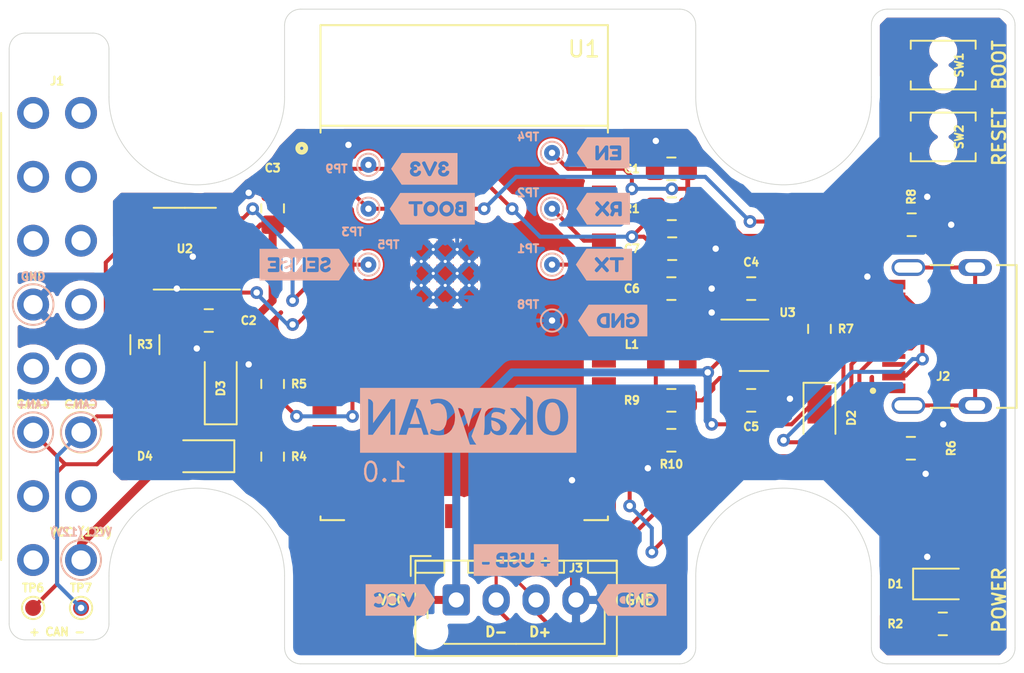
<source format=kicad_pcb>
(kicad_pcb (version 20171130) (host pcbnew "(5.1.6)-1")
  (layers (0 F.Cu signal) (31 B.Cu signal) (34 B.Paste user) (35 F.Paste user) (36 B.SilkS user) (37 F.SilkS user) (38 B.Mask user) (39 F.Mask user) (44 Edge.Cuts user))
  (net 0 "")
  (net 1 GND)
  (net 2 ESP_EN)
  (net 3 +3V3)
  (net 4 "Net-(C4-Pad2)")
  (net 5 "Net-(C4-Pad1)")
  (net 6 VCC)
  (net 7 "Net-(D1-Pad2)")
  (net 8 "Net-(D2-Pad2)")
  (net 9 "Net-(D3-Pad1)")
  (net 10 "Net-(J1-Pad15)")
  (net 11 CAN_L)
  (net 12 "Net-(J1-Pad13)")
  (net 13 "Net-(J1-Pad12)")
  (net 14 "Net-(J1-Pad11)")
  (net 15 "Net-(J1-Pad10)")
  (net 16 "Net-(J1-Pad9)")
  (net 17 "Net-(J1-Pad8)")
  (net 18 "Net-(J1-Pad7)")
  (net 19 CAN_H)
  (net 20 "Net-(J1-Pad5)")
  (net 21 "Net-(J1-Pad3)")
  (net 22 "Net-(J1-Pad2)")
  (net 23 "Net-(J1-Pad1)")
  (net 24 USB_DP)
  (net 25 USB_DN)
  (net 26 "Net-(J2-PadA5)")
  (net 27 "Net-(J2-PadB8)")
  (net 28 "Net-(J2-PadA8)")
  (net 29 "Net-(J2-PadB5)")
  (net 30 "Net-(J2-PadS1)")
  (net 31 VSENSE)
  (net 32 "Net-(R7-Pad1)")
  (net 33 MT_FB)
  (net 34 ESP_BOOT)
  (net 35 "Net-(TP1-Pad1)")
  (net 36 "Net-(TP2-Pad1)")
  (net 37 "Net-(U1-Pad4)")
  (net 38 "Net-(U1-Pad6)")
  (net 39 CAN_RX)
  (net 40 CAN_TX)
  (net 41 "Net-(U1-Pad9)")
  (net 42 "Net-(U1-Pad10)")
  (net 43 "Net-(U1-Pad11)")
  (net 44 "Net-(U1-Pad12)")
  (net 45 "Net-(U1-Pad13)")
  (net 46 "Net-(U1-Pad14)")
  (net 47 "Net-(U1-Pad15)")
  (net 48 "Net-(U1-Pad16)")
  (net 49 "Net-(U1-Pad40)")
  (net 50 "Net-(U1-Pad39)")
  (net 51 "Net-(U1-Pad36)")
  (net 52 "Net-(U1-Pad35)")
  (net 53 "Net-(U1-Pad34)")
  (net 54 "Net-(U1-Pad33)")
  (net 55 "Net-(U1-Pad32)")
  (net 56 "Net-(U1-Pad31)")
  (net 57 "Net-(U1-Pad30)")
  (net 58 "Net-(U1-Pad29)")
  (net 59 "Net-(U1-Pad28)")
  (net 60 "Net-(U1-Pad27)")
  (net 61 "Net-(U1-Pad17)")
  (net 62 "Net-(U1-Pad18)")
  (net 63 "Net-(U1-Pad19)")
  (net 64 "Net-(U1-Pad20)")
  (net 65 "Net-(U1-Pad21)")
  (net 66 "Net-(U1-Pad24)")
  (net 67 "Net-(U1-Pad25)")
  (net 68 "Net-(U2-Pad5)")
  (module label (layer B.Cu) (at 111.5 100.5 180)
    (fp_text reference kibuzzard-615D3B2E hide)
    (fp_text value G*** hide)
  )
  (module label (layer B.Cu) (at 123.3 110 180)
    (fp_text reference kibuzzard-615D34D3 hide)
    (fp_text value G*** hide)
  )
  (module TestPoint:TestPoint_Pad_D1.0mm (layer B.Cu) (at 108 100.25)
    (fp_text reference TP9 (at -2 0.25) (layer B.SilkS) (effects (font (size 0.5 0.5) (thickness 0.125)) (justify mirror)))
    (fp_text value TP_3V3)
    (pad 1 smd circle (at 0 0) (size 1 1) (layers B.Cu B.Mask) (net 3 +3V3))
  )
  (module TestPoint:TestPoint_Pad_D1.0mm (layer B.Cu) (at 119.5 110)
    (fp_text reference TP8 (at -1.5 -1) (layer B.SilkS) (effects (font (size 0.5 0.5) (thickness 0.125)) (justify mirror)))
    (fp_text value TP_GND)
    (pad 1 smd circle (at 0 0) (size 1 1) (layers B.Cu B.Mask) (net 1 GND))
  )
  (module label (layer B.Cu) (at 117.25 125 180)
    (fp_text reference kibuzzard-615D3669 hide)
    (fp_text value G*** hide)
  )
  (module label (layer B.Cu) (at 104 106.5 180)
    (fp_text reference kibuzzard-615D361C hide)
    (fp_text value G*** hide)
  )
  (module label (layer B.Cu) (at 110 127.5 180)
    (fp_text reference kibuzzard-615D34DF hide)
    (fp_text value G*** hide)
  )
  (module label (layer B.Cu) (at 124.5 127.5 180)
    (fp_text reference kibuzzard-615D34D3 hide)
    (fp_text value G*** hide)
  )
  (module label (layer B.Cu) (at 112 103 180)
    (fp_text reference kibuzzard-615D34C8 hide)
    (fp_text value G*** hide)
  )
  (module label (layer B.Cu) (at 122.75 106.5 180)
    (fp_text reference kibuzzard-615D34B9 hide)
    (fp_text value G*** hide)
  )
  (module label (layer B.Cu) (at 122.7 103 180)
    (fp_text reference kibuzzard-615D34B0 hide)
    (fp_text value G*** hide)
  )
  (module label (layer B.Cu) (at 122.7 99.5 180)
    (fp_text reference kibuzzard-615D34A6 hide)
    (fp_text value G*** hide)
  )
  (module label (layer B.Cu) (at 114.25 116.25 180)
    (fp_text reference kibuzzard-615D33E3 hide)
    (fp_text value G*** hide)
  )
  (module TestPoint:TestPoint_Pad_D1.0mm (layer B.Cu) (at 119.5 99.5)
    (fp_text reference TP4 (at -1.5 -1) (layer B.SilkS) (effects (font (size 0.5 0.5) (thickness 0.125)) (justify mirror)))
    (fp_text value TP_RESET)
    (pad 1 smd circle (at 0 0) (size 1 1) (layers B.Cu B.Mask) (net 2 ESP_EN))
  )
  (module TestPoint:TestPoint_Pad_D1.0mm (layer B.Cu) (at 108 103)
    (fp_text reference TP3 (at -1 1.448) (layer B.SilkS) (effects (font (size 0.5 0.5) (thickness 0.125)) (justify mirror)))
    (fp_text value TP_BOOT)
    (pad 1 smd circle (at 0 0) (size 1 1) (layers B.Cu B.Mask) (net 34 ESP_BOOT))
  )
  (module TestPoint:TestPoint_Pad_D1.0mm (layer F.Cu) (at 90 128)
    (fp_text reference TP7 (at 0 -1.25) (layer F.SilkS) (effects (font (size 0.5 0.5) (thickness 0.125))))
    (fp_text value TP_CANL)
    (pad 1 smd circle (at 0 0) (size 1 1) (layers F.Cu F.Mask) (net 11 CAN_L))
  )
  (module TestPoint:TestPoint_Pad_D1.0mm (layer F.Cu) (at 87 128)
    (fp_text reference TP6 (at 0 -1.25) (layer F.SilkS) (effects (font (size 0.5 0.5) (thickness 0.125))))
    (fp_text value TP_CANH)
    (pad 1 smd circle (at 0 0) (size 1 1) (layers F.Cu F.Mask) (net 19 CAN_H))
  )
  (module TestPoint:TestPoint_Pad_D1.0mm (layer B.Cu) (at 108 106.5)
    (fp_text reference TP5 (at 1.25 -1.25) (layer B.SilkS) (effects (font (size 0.5 0.5) (thickness 0.125)) (justify mirror)))
    (fp_text value TP_SENSE)
    (pad 1 smd circle (at 0 0) (size 1 1) (layers B.Cu B.Mask) (net 31 VSENSE))
  )
  (module TestPoint:TestPoint_Pad_D1.0mm (layer B.Cu) (at 119.5 103)
    (fp_text reference TP2 (at -1.5 -1) (layer B.SilkS) (effects (font (size 0.5 0.5) (thickness 0.125)) (justify mirror)))
    (fp_text value TP_RX)
    (pad 1 smd circle (at 0 0) (size 1 1) (layers B.Cu B.Mask) (net 36 "Net-(TP2-Pad1)"))
  )
  (module TestPoint:TestPoint_Pad_D1.0mm (layer B.Cu) (at 119.5 106.5)
    (fp_text reference TP1 (at -1.5 -1) (layer B.SilkS) (effects (font (size 0.5 0.5) (thickness 0.125)) (justify mirror)))
    (fp_text value TP_TX)
    (pad 1 smd circle (at 0 0) (size 1 1) (layers B.Cu B.Mask) (net 35 "Net-(TP1-Pad1)"))
  )
  (module Package_TO_SOT_SMD:SOT-23-6_Handsoldering (layer F.Cu) (at 132.15 111.55)
    (fp_text reference U3 (at 2.1 -2.05) (layer F.SilkS) (effects (font (size 0.5 0.5) (thickness 0.125))))
    (fp_text value MT1470)
    (pad 5 smd rect (at 1.35 0) (size 1.56 0.65) (layers F.Cu F.Paste F.Mask) (net 32 "Net-(R7-Pad1)"))
    (pad 6 smd rect (at 1.35 -0.95) (size 1.56 0.65) (layers F.Cu F.Paste F.Mask) (net 4 "Net-(C4-Pad2)"))
    (pad 4 smd rect (at 1.35 0.95) (size 1.56 0.65) (layers F.Cu F.Paste F.Mask) (net 33 MT_FB))
    (pad 3 smd rect (at -1.35 0.95) (size 1.56 0.65) (layers F.Cu F.Paste F.Mask) (net 6 VCC))
    (pad 2 smd rect (at -1.35 0) (size 1.56 0.65) (layers F.Cu F.Paste F.Mask) (net 5 "Net-(C4-Pad1)"))
    (pad 1 smd rect (at -1.35 -0.95) (size 1.56 0.65) (layers F.Cu F.Paste F.Mask) (net 1 GND))
  )
  (module Package_SO:SOIC-8_3.9x4.9mm_P1.27mm (layer F.Cu) (at 96.5 105.5 180)
    (fp_text reference U2 (at 0 0) (layer F.SilkS) (effects (font (size 0.5 0.5) (thickness 0.125))))
    (fp_text value SN65HVD230)
    (pad 8 smd roundrect (at 2.475 -1.905 180) (size 1.95 0.6) (layers F.Cu F.Paste F.Mask) (net 1 GND))
    (pad 7 smd roundrect (at 2.475 -0.635 180) (size 1.95 0.6) (layers F.Cu F.Paste F.Mask) (net 19 CAN_H))
    (pad 6 smd roundrect (at 2.475 0.635 180) (size 1.95 0.6) (layers F.Cu F.Paste F.Mask) (net 11 CAN_L))
    (pad 5 smd roundrect (at 2.475 1.905 180) (size 1.95 0.6) (layers F.Cu F.Paste F.Mask) (net 68 "Net-(U2-Pad5)"))
    (pad 4 smd roundrect (at -2.475 1.905 180) (size 1.95 0.6) (layers F.Cu F.Paste F.Mask) (net 39 CAN_RX))
    (pad 3 smd roundrect (at -2.475 0.635 180) (size 1.95 0.6) (layers F.Cu F.Paste F.Mask) (net 3 +3V3))
    (pad 2 smd roundrect (at -2.475 -0.635 180) (size 1.95 0.6) (layers F.Cu F.Paste F.Mask) (net 1 GND))
    (pad 1 smd roundrect (at -2.475 -1.905 180) (size 1.95 0.6) (layers F.Cu F.Paste F.Mask) (net 40 CAN_TX))
  )
  (module JGCommonFootprintLibrary:XCVR_ESP32-S2-WROOM (layer F.Cu) (at 114 107)
    (fp_text reference U1 (at 7.5 -14) (layer F.SilkS))
    (fp_text value ESP32-S2-WROOM)
    (pad 43.1 smd rect (at -1.19 0.05) (size 1.1 1.1) (layers F.Cu F.Paste F.Mask) (net 1 GND))
    (pad 1 smd rect (at -8.75 -8) (size 1.5 0.9) (layers F.Cu F.Paste F.Mask) (net 1 GND))
    (pad 2 smd rect (at -8.75 -6.5) (size 1.5 0.9) (layers F.Cu F.Paste F.Mask) (net 3 +3V3))
    (pad 3 smd rect (at -8.75 -5) (size 1.5 0.9) (layers F.Cu F.Paste F.Mask) (net 34 ESP_BOOT))
    (pad 4 smd rect (at -8.75 -3.5) (size 1.5 0.9) (layers F.Cu F.Paste F.Mask) (net 37 "Net-(U1-Pad4)"))
    (pad 5 smd rect (at -8.75 -2) (size 1.5 0.9) (layers F.Cu F.Paste F.Mask) (net 31 VSENSE))
    (pad 6 smd rect (at -8.75 -0.5) (size 1.5 0.9) (layers F.Cu F.Paste F.Mask) (net 38 "Net-(U1-Pad6)"))
    (pad 7 smd rect (at -8.75 1) (size 1.5 0.9) (layers F.Cu F.Paste F.Mask) (net 39 CAN_RX))
    (pad 8 smd rect (at -8.75 2.5) (size 1.5 0.9) (layers F.Cu F.Paste F.Mask) (net 40 CAN_TX))
    (pad 9 smd rect (at -8.75 4) (size 1.5 0.9) (layers F.Cu F.Paste F.Mask) (net 41 "Net-(U1-Pad9)"))
    (pad 10 smd rect (at -8.75 5.5) (size 1.5 0.9) (layers F.Cu F.Paste F.Mask) (net 42 "Net-(U1-Pad10)"))
    (pad 11 smd rect (at -8.75 7) (size 1.5 0.9) (layers F.Cu F.Paste F.Mask) (net 43 "Net-(U1-Pad11)"))
    (pad 12 smd rect (at -8.75 8.5) (size 1.5 0.9) (layers F.Cu F.Paste F.Mask) (net 44 "Net-(U1-Pad12)"))
    (pad 13 smd rect (at -8.75 10) (size 1.5 0.9) (layers F.Cu F.Paste F.Mask) (net 45 "Net-(U1-Pad13)"))
    (pad 14 smd rect (at -8.75 11.5) (size 1.5 0.9) (layers F.Cu F.Paste F.Mask) (net 46 "Net-(U1-Pad14)"))
    (pad 15 smd rect (at -8.75 13) (size 1.5 0.9) (layers F.Cu F.Paste F.Mask) (net 47 "Net-(U1-Pad15)"))
    (pad 16 smd rect (at -8.75 14.5) (size 1.5 0.9) (layers F.Cu F.Paste F.Mask) (net 48 "Net-(U1-Pad16)"))
    (pad 42 smd rect (at 8.75 -8) (size 1.5 0.9) (layers F.Cu F.Paste F.Mask) (net 1 GND))
    (pad 41 smd rect (at 8.75 -6.5) (size 1.5 0.9) (layers F.Cu F.Paste F.Mask) (net 2 ESP_EN))
    (pad 40 smd rect (at 8.75 -5) (size 1.5 0.9) (layers F.Cu F.Paste F.Mask) (net 49 "Net-(U1-Pad40)"))
    (pad 39 smd rect (at 8.75 -3.5) (size 1.5 0.9) (layers F.Cu F.Paste F.Mask) (net 50 "Net-(U1-Pad39)"))
    (pad 38 smd rect (at 8.75 -2) (size 1.5 0.9) (layers F.Cu F.Paste F.Mask) (net 36 "Net-(TP2-Pad1)"))
    (pad 37 smd rect (at 8.75 -0.5) (size 1.5 0.9) (layers F.Cu F.Paste F.Mask) (net 35 "Net-(TP1-Pad1)"))
    (pad 36 smd rect (at 8.75 1) (size 1.5 0.9) (layers F.Cu F.Paste F.Mask) (net 51 "Net-(U1-Pad36)"))
    (pad 35 smd rect (at 8.75 2.5) (size 1.5 0.9) (layers F.Cu F.Paste F.Mask) (net 52 "Net-(U1-Pad35)"))
    (pad 34 smd rect (at 8.75 4) (size 1.5 0.9) (layers F.Cu F.Paste F.Mask) (net 53 "Net-(U1-Pad34)"))
    (pad 33 smd rect (at 8.75 5.5) (size 1.5 0.9) (layers F.Cu F.Paste F.Mask) (net 54 "Net-(U1-Pad33)"))
    (pad 32 smd rect (at 8.75 7) (size 1.5 0.9) (layers F.Cu F.Paste F.Mask) (net 55 "Net-(U1-Pad32)"))
    (pad 31 smd rect (at 8.75 8.5) (size 1.5 0.9) (layers F.Cu F.Paste F.Mask) (net 56 "Net-(U1-Pad31)"))
    (pad 30 smd rect (at 8.75 10) (size 1.5 0.9) (layers F.Cu F.Paste F.Mask) (net 57 "Net-(U1-Pad30)"))
    (pad 29 smd rect (at 8.75 11.5) (size 1.5 0.9) (layers F.Cu F.Paste F.Mask) (net 58 "Net-(U1-Pad29)"))
    (pad 28 smd rect (at 8.75 13) (size 1.5 0.9) (layers F.Cu F.Paste F.Mask) (net 59 "Net-(U1-Pad28)"))
    (pad 27 smd rect (at 8.75 14.5) (size 1.5 0.9) (layers F.Cu F.Paste F.Mask) (net 60 "Net-(U1-Pad27)"))
    (pad 17 smd rect (at -6.75 15.25) (size 0.9 1.5) (layers F.Cu F.Paste F.Mask) (net 61 "Net-(U1-Pad17)"))
    (pad 18 smd rect (at -5.25 15.25) (size 0.9 1.5) (layers F.Cu F.Paste F.Mask) (net 62 "Net-(U1-Pad18)"))
    (pad 19 smd rect (at -3.75 15.25) (size 0.9 1.5) (layers F.Cu F.Paste F.Mask) (net 63 "Net-(U1-Pad19)"))
    (pad 20 smd rect (at -2.25 15.25) (size 0.9 1.5) (layers F.Cu F.Paste F.Mask) (net 64 "Net-(U1-Pad20)"))
    (pad 21 smd rect (at -0.75 15.25) (size 0.9 1.5) (layers F.Cu F.Paste F.Mask) (net 65 "Net-(U1-Pad21)"))
    (pad 22 smd rect (at 0.75 15.25) (size 0.9 1.5) (layers F.Cu F.Paste F.Mask) (net 25 USB_DN))
    (pad 23 smd rect (at 2.25 15.25) (size 0.9 1.5) (layers F.Cu F.Paste F.Mask) (net 24 USB_DP))
    (pad 24 smd rect (at 3.75 15.25) (size 0.9 1.5) (layers F.Cu F.Paste F.Mask) (net 66 "Net-(U1-Pad24)"))
    (pad 25 smd rect (at 5.25 15.25) (size 0.9 1.5) (layers F.Cu F.Paste F.Mask) (net 67 "Net-(U1-Pad25)"))
    (pad 26 smd rect (at 6.75 15.25) (size 0.9 1.5) (layers F.Cu F.Paste F.Mask) (net 1 GND))
    (pad 43.2 smd rect (at -2.69 0.05) (size 1.1 1.1) (layers F.Cu F.Paste F.Mask) (net 1 GND))
    (pad 43.3 smd rect (at 0.31 0.05) (size 1.1 1.1) (layers F.Cu F.Paste F.Mask) (net 1 GND))
    (pad 43.4 smd rect (at -2.69 1.55) (size 1.1 1.1) (layers F.Cu F.Paste F.Mask) (net 1 GND))
    (pad 43.5 smd rect (at -1.19 1.55) (size 1.1 1.1) (layers F.Cu F.Paste F.Mask) (net 1 GND))
    (pad 43.6 smd rect (at 0.31 1.55) (size 1.1 1.1) (layers F.Cu F.Paste F.Mask) (net 1 GND))
    (pad 43.7 smd rect (at -2.69 -1.45) (size 1.1 1.1) (layers F.Cu F.Paste F.Mask) (net 1 GND))
    (pad 43.8 smd rect (at -1.19 -1.45) (size 1.1 1.1) (layers F.Cu F.Paste F.Mask) (net 1 GND))
    (pad 43.9 smd rect (at 0.31 -1.45) (size 1.1 1.1) (layers F.Cu F.Paste F.Mask) (net 1 GND))
    (pad 43.10 thru_hole circle (at -1.19 -0.7) (size 0.4 0.4) (drill 0.2) (layers *.Cu *.Mask) (net 1 GND))
    (pad 43.11 thru_hole circle (at -2.69 -0.7) (size 0.4 0.4) (drill 0.2) (layers *.Cu *.Mask) (net 1 GND))
    (pad 43.12 thru_hole circle (at 0.31 -0.7) (size 0.4 0.4) (drill 0.2) (layers *.Cu *.Mask) (net 1 GND))
    (pad 43.13 thru_hole circle (at -2.69 0.8) (size 0.4 0.4) (drill 0.2) (layers *.Cu *.Mask) (net 1 GND))
    (pad 43.14 thru_hole circle (at -1.19 0.8) (size 0.4 0.4) (drill 0.2) (layers *.Cu *.Mask) (net 1 GND))
    (pad 43.15 thru_hole circle (at 0.31 0.8) (size 0.4 0.4) (drill 0.2) (layers *.Cu *.Mask) (net 1 GND))
    (pad 43.16 thru_hole circle (at -1.94 -1.45) (size 0.4 0.4) (drill 0.2) (layers *.Cu *.Mask) (net 1 GND))
    (pad 43.17 thru_hole circle (at -0.44 -1.45) (size 0.4 0.4) (drill 0.2) (layers *.Cu *.Mask) (net 1 GND))
    (pad 43.18 thru_hole circle (at -1.94 0.05) (size 0.4 0.4) (drill 0.2) (layers *.Cu *.Mask) (net 1 GND))
    (pad 43.19 thru_hole circle (at -0.44 0.05) (size 0.4 0.4) (drill 0.2) (layers *.Cu *.Mask) (net 1 GND))
    (pad 43.20 thru_hole circle (at -1.94 1.55) (size 0.4 0.4) (drill 0.2) (layers *.Cu *.Mask) (net 1 GND))
    (pad 43.21 thru_hole circle (at -0.44 1.55) (size 0.4 0.4) (drill 0.2) (layers *.Cu *.Mask) (net 1 GND))
  )
  (module JGCommonFootprintLibrary:HRO-K2-1807 (layer F.Cu) (at 144 98.5)
    (fp_text reference SW2 (at 1 0 90) (layer F.SilkS) (effects (font (size 0.5 0.5) (thickness 0.125))))
    (fp_text value SW_Push)
    (pad 1 smd rect (at -2.1 0) (size 0.8 1.8) (layers F.Cu F.Paste F.Mask) (net 2 ESP_EN))
    (pad 2 smd rect (at 2.1 0) (size 0.8 1.8) (layers F.Cu F.Paste F.Mask) (net 1 GND))
    (pad "" np_thru_hole circle (at 0 0.9) (size 0.75 0.75) (drill 0.75) (layers *.Cu *.Mask))
    (pad "" np_thru_hole circle (at 0 -0.9) (size 0.75 0.75) (drill 0.75) (layers *.Cu *.Mask))
  )
  (module JGCommonFootprintLibrary:HRO-K2-1807 (layer F.Cu) (at 144 94)
    (fp_text reference SW1 (at 1 0 90) (layer F.SilkS) (effects (font (size 0.5 0.5) (thickness 0.125))))
    (fp_text value SW_Push)
    (pad 1 smd rect (at -2.1 0) (size 0.8 1.8) (layers F.Cu F.Paste F.Mask) (net 34 ESP_BOOT))
    (pad 2 smd rect (at 2.1 0) (size 0.8 1.8) (layers F.Cu F.Paste F.Mask) (net 1 GND))
    (pad "" np_thru_hole circle (at 0 0.9) (size 0.75 0.75) (drill 0.75) (layers *.Cu *.Mask))
    (pad "" np_thru_hole circle (at 0 -0.9) (size 0.75 0.75) (drill 0.75) (layers *.Cu *.Mask))
  )
  (module Resistor_SMD:R_0805_2012Metric_Pad1.15x1.40mm_HandSolder (layer F.Cu) (at 126.975 117.5)
    (fp_text reference R10 (at 0 1.5) (layer F.SilkS) (effects (font (size 0.5 0.5) (thickness 0.125))))
    (fp_text value 31.6K)
    (pad 2 smd roundrect (at 1.025 0) (size 1.15 1.4) (layers F.Cu F.Paste F.Mask) (roundrect_rratio 0.217391) (net 33 MT_FB))
    (pad 1 smd roundrect (at -1.025 0) (size 1.15 1.4) (layers F.Cu F.Paste F.Mask) (roundrect_rratio 0.217391) (net 1 GND))
  )
  (module Resistor_SMD:R_0805_2012Metric_Pad1.15x1.40mm_HandSolder (layer F.Cu) (at 126.975 115 180)
    (fp_text reference R9 (at 2.475 0) (layer F.SilkS) (effects (font (size 0.5 0.5) (thickness 0.125))))
    (fp_text value 100K)
    (pad 2 smd roundrect (at 1.025 0 180) (size 1.15 1.4) (layers F.Cu F.Paste F.Mask) (roundrect_rratio 0.217391) (net 3 +3V3))
    (pad 1 smd roundrect (at -1.025 0 180) (size 1.15 1.4) (layers F.Cu F.Paste F.Mask) (roundrect_rratio 0.217391) (net 33 MT_FB))
  )
  (module Resistor_SMD:R_0805_2012Metric_Pad1.15x1.40mm_HandSolder (layer F.Cu) (at 142.025 104 180)
    (fp_text reference R8 (at 0.025 1.75 270) (layer F.SilkS) (effects (font (size 0.5 0.5) (thickness 0.125))))
    (fp_text value 5.1K)
    (pad 2 smd roundrect (at 1.025 0 180) (size 1.15 1.4) (layers F.Cu F.Paste F.Mask) (roundrect_rratio 0.217391) (net 29 "Net-(J2-PadB5)"))
    (pad 1 smd roundrect (at -1.025 0 180) (size 1.15 1.4) (layers F.Cu F.Paste F.Mask) (roundrect_rratio 0.217391) (net 1 GND))
  )
  (module Resistor_SMD:R_0805_2012Metric_Pad1.15x1.40mm_HandSolder (layer F.Cu) (at 136.25 110.525 270)
    (fp_text reference R7 (at 0 -1.65 180) (layer F.SilkS) (effects (font (size 0.5 0.5) (thickness 0.125))))
    (fp_text value 100K)
    (pad 2 smd roundrect (at 1.025 0 270) (size 1.15 1.4) (layers F.Cu F.Paste F.Mask) (roundrect_rratio 0.217391) (net 6 VCC))
    (pad 1 smd roundrect (at -1.025 0 270) (size 1.15 1.4) (layers F.Cu F.Paste F.Mask) (roundrect_rratio 0.217391) (net 32 "Net-(R7-Pad1)"))
  )
  (module Resistor_SMD:R_0805_2012Metric_Pad1.15x1.40mm_HandSolder (layer F.Cu) (at 141.975 118 180)
    (fp_text reference R6 (at -2.525 0 270) (layer F.SilkS) (effects (font (size 0.5 0.5) (thickness 0.125))))
    (fp_text value 5.1K)
    (pad 2 smd roundrect (at 1.025 0 180) (size 1.15 1.4) (layers F.Cu F.Paste F.Mask) (roundrect_rratio 0.217391) (net 26 "Net-(J2-PadA5)"))
    (pad 1 smd roundrect (at -1.025 0 180) (size 1.15 1.4) (layers F.Cu F.Paste F.Mask) (roundrect_rratio 0.217391) (net 1 GND))
  )
  (module Resistor_SMD:R_0805_2012Metric_Pad1.15x1.40mm_HandSolder (layer F.Cu) (at 102 113.975 270)
    (fp_text reference R5 (at 0 -1.65 180) (layer F.SilkS) (effects (font (size 0.5 0.5) (thickness 0.125))))
    (fp_text value 1.6K)
    (pad 2 smd roundrect (at 1.025 0 270) (size 1.15 1.4) (layers F.Cu F.Paste F.Mask) (roundrect_rratio 0.217391) (net 31 VSENSE))
    (pad 1 smd roundrect (at -1.025 0 270) (size 1.15 1.4) (layers F.Cu F.Paste F.Mask) (roundrect_rratio 0.217391) (net 1 GND))
  )
  (module Resistor_SMD:R_0805_2012Metric_Pad1.15x1.40mm_HandSolder (layer F.Cu) (at 102 118.525 270)
    (fp_text reference R4 (at 0 -1.65 180) (layer F.SilkS) (effects (font (size 0.5 0.5) (thickness 0.125))))
    (fp_text value 10K)
    (pad 2 smd roundrect (at 1.025 0 270) (size 1.15 1.4) (layers F.Cu F.Paste F.Mask) (roundrect_rratio 0.217391) (net 6 VCC))
    (pad 1 smd roundrect (at -1.025 0 270) (size 1.15 1.4) (layers F.Cu F.Paste F.Mask) (roundrect_rratio 0.217391) (net 31 VSENSE))
  )
  (module Resistor_SMD:R_1206_3216Metric_Pad1.42x1.75mm_HandSolder (layer F.Cu) (at 94 111.5125 270)
    (fp_text reference R3 (at -0.0125 0 180) (layer F.SilkS) (effects (font (size 0.5 0.5) (thickness 0.125))))
    (fp_text value 120R)
    (pad 2 smd roundrect (at 1.4875 0 270) (size 1.425 1.75) (layers F.Cu F.Paste F.Mask) (roundrect_rratio 0.175439) (net 11 CAN_L))
    (pad 1 smd roundrect (at -1.4875 0 270) (size 1.425 1.75) (layers F.Cu F.Paste F.Mask) (roundrect_rratio 0.175439) (net 19 CAN_H))
  )
  (module Resistor_SMD:R_0805_2012Metric_Pad1.15x1.40mm_HandSolder (layer F.Cu) (at 143.975 129)
    (fp_text reference R2 (at -2.975 0) (layer F.SilkS) (effects (font (size 0.5 0.5) (thickness 0.125))))
    (fp_text value 1.6K)
    (pad 2 smd roundrect (at 1.025 0) (size 1.15 1.4) (layers F.Cu F.Paste F.Mask) (roundrect_rratio 0.217391) (net 7 "Net-(D1-Pad2)"))
    (pad 1 smd roundrect (at -1.025 0) (size 1.15 1.4) (layers F.Cu F.Paste F.Mask) (roundrect_rratio 0.217391) (net 3 +3V3))
  )
  (module Resistor_SMD:R_0805_2012Metric_Pad1.15x1.40mm_HandSolder (layer F.Cu) (at 127 103 180)
    (fp_text reference R1 (at 2.5 0) (layer F.SilkS) (effects (font (size 0.5 0.5) (thickness 0.125))))
    (fp_text value 10K)
    (pad 2 smd roundrect (at 1.025 0 180) (size 1.15 1.4) (layers F.Cu F.Paste F.Mask) (roundrect_rratio 0.217391) (net 3 +3V3))
    (pad 1 smd roundrect (at -1.025 0 180) (size 1.15 1.4) (layers F.Cu F.Paste F.Mask) (roundrect_rratio 0.217391) (net 2 ESP_EN))
  )
  (module JGCommonFootprintLibrary:CHILSIN-LVF303012 (layer F.Cu) (at 127 111.5 90)
    (fp_text reference L1 (at 0 -2.5 180) (layer F.SilkS) (effects (font (size 0.5 0.5) (thickness 0.125))))
    (fp_text value 10uH)
    (pad 2 smd rect (at 0 1 90) (size 3.2 1.1) (layers F.Cu F.Paste F.Mask) (net 5 "Net-(C4-Pad1)"))
    (pad 1 smd rect (at 0 -1 90) (size 3.2 1.1) (layers F.Cu F.Paste F.Mask) (net 3 +3V3))
  )
  (module Connector_JST:JST_XH_B4B-XH-AM_1x04_P2.50mm_Vertical (layer F.Cu) (at 113.5 127.5)
    (fp_text reference J3 (at 7.5 -2) (layer F.SilkS) (effects (font (size 0.5 0.5) (thickness 0.125))))
    (fp_text value Conn_01x04)
    (pad "" np_thru_hole circle (at -1.6 2) (size 1.2 1.2) (drill 1.2) (layers *.Cu *.Mask))
    (pad 4 thru_hole oval (at 7.5 0) (size 1.7 1.95) (drill 0.95) (layers *.Cu *.Mask) (net 1 GND))
    (pad 3 thru_hole oval (at 5 0) (size 1.7 1.95) (drill 0.95) (layers *.Cu *.Mask) (net 24 USB_DP))
    (pad 2 thru_hole oval (at 2.5 0) (size 1.7 1.95) (drill 0.95) (layers *.Cu *.Mask) (net 25 USB_DN))
    (pad 1 thru_hole roundrect (at 0 0) (size 1.7 1.95) (drill 0.95) (layers *.Cu *.Mask) (roundrect_rratio 0.147059) (net 6 VCC))
  )
  (module JGCommonFootprintLibrary:HRO_TYPE-C-31-M-12 (layer F.Cu) (at 146 111 90)
    (fp_text reference J2 (at -2.5 -2 180) (layer F.SilkS) (effects (font (size 0.5 0.5) (thickness 0.125))))
    (fp_text value TYPE-C-31-M-12)
    (pad A1B12 smd rect (at -3.25 -5.095 90) (size 0.6 1.45) (layers F.Cu F.Paste F.Mask) (net 1 GND))
    (pad A4B9 smd rect (at -2.45 -5.095 90) (size 0.6 1.45) (layers F.Cu F.Paste F.Mask) (net 8 "Net-(D2-Pad2)"))
    (pad A6 smd rect (at -0.25 -5.095 90) (size 0.3 1.45) (layers F.Cu F.Paste F.Mask) (net 24 USB_DP))
    (pad B7 smd rect (at -0.75 -5.095 90) (size 0.3 1.45) (layers F.Cu F.Paste F.Mask) (net 25 USB_DN))
    (pad A5 smd rect (at -1.25 -5.095 90) (size 0.3 1.45) (layers F.Cu F.Paste F.Mask) (net 26 "Net-(J2-PadA5)"))
    (pad B8 smd rect (at -1.75 -5.095 90) (size 0.3 1.45) (layers F.Cu F.Paste F.Mask) (net 27 "Net-(J2-PadB8)"))
    (pad A7 smd rect (at 0.25 -5.095 90) (size 0.3 1.45) (layers F.Cu F.Paste F.Mask) (net 25 USB_DN))
    (pad B6 smd rect (at 0.75 -5.095 90) (size 0.3 1.45) (layers F.Cu F.Paste F.Mask) (net 24 USB_DP))
    (pad A8 smd rect (at 1.25 -5.095 90) (size 0.3 1.45) (layers F.Cu F.Paste F.Mask) (net 28 "Net-(J2-PadA8)"))
    (pad B5 smd rect (at 1.75 -5.095 90) (size 0.3 1.45) (layers F.Cu F.Paste F.Mask) (net 29 "Net-(J2-PadB5)"))
    (pad B4A9 smd rect (at 2.45 -5.095 90) (size 0.6 1.45) (layers F.Cu F.Paste F.Mask) (net 8 "Net-(D2-Pad2)"))
    (pad B1A12 smd rect (at 3.25 -5.095 90) (size 0.6 1.45) (layers F.Cu F.Paste F.Mask) (net 1 GND))
    (pad S1 thru_hole oval (at -4.32 -4.18 90) (size 1.05 2.1) (drill oval 0.65 1.75) (layers *.Cu *.Mask) (net 30 "Net-(J2-PadS1)"))
    (pad S2 thru_hole oval (at 4.32 -4.18 90) (size 1.05 2.1) (drill oval 0.65 1.75) (layers *.Cu *.Mask) (net 30 "Net-(J2-PadS1)"))
    (pad S3 thru_hole oval (at -4.32 0 90) (size 1.05 2.1) (drill oval 0.65 1.25) (layers *.Cu *.Mask) (net 30 "Net-(J2-PadS1)"))
    (pad S4 thru_hole oval (at 4.32 0 90) (size 1.05 2.1) (drill oval 0.65 1.25) (layers *.Cu *.Mask) (net 30 "Net-(J2-PadS1)"))
    (pad None np_thru_hole circle (at -2.89 -3.65 90) (size 0.7 0.7) (drill 0.7) (layers *.Cu *.Mask))
    (pad None np_thru_hole circle (at 2.89 -3.65 90) (size 0.7 0.7) (drill 0.7) (layers *.Cu *.Mask))
  )
  (module JGCommonFootprintLibrary:OBD-Male (layer F.Cu) (at 90 111 270)
    (fp_text reference J1 (at -16 1.5 180) (layer F.SilkS) (effects (font (size 0.5 0.5) (thickness 0.125))))
    (fp_text value OBD2_Connector)
    (pad 16 thru_hole circle (at 14 0 270) (size 2 2) (drill 1.2) (layers *.Cu *.Mask) (net 9 "Net-(D3-Pad1)"))
    (pad 15 thru_hole circle (at 10 0 270) (size 2 2) (drill 1.2) (layers *.Cu *.Mask) (net 10 "Net-(J1-Pad15)"))
    (pad 14 thru_hole circle (at 6 0 270) (size 2 2) (drill 1.2) (layers *.Cu *.Mask) (net 11 CAN_L))
    (pad 13 thru_hole circle (at 2 0 270) (size 2 2) (drill 1.2) (layers *.Cu *.Mask) (net 12 "Net-(J1-Pad13)"))
    (pad 12 thru_hole circle (at -2 0 270) (size 2 2) (drill 1.2) (layers *.Cu *.Mask) (net 13 "Net-(J1-Pad12)"))
    (pad 11 thru_hole circle (at -6 0 270) (size 2 2) (drill 1.2) (layers *.Cu *.Mask) (net 14 "Net-(J1-Pad11)"))
    (pad 10 thru_hole circle (at -10 0 270) (size 2 2) (drill 1.2) (layers *.Cu *.Mask) (net 15 "Net-(J1-Pad10)"))
    (pad 9 thru_hole circle (at -14 0 270) (size 2 2) (drill 1.2) (layers *.Cu *.Mask) (net 16 "Net-(J1-Pad9)"))
    (pad 8 thru_hole circle (at 14 3 270) (size 2 2) (drill 1.2) (layers *.Cu *.Mask) (net 17 "Net-(J1-Pad8)"))
    (pad 7 thru_hole circle (at 10 3 270) (size 2 2) (drill 1.2) (layers *.Cu *.Mask) (net 18 "Net-(J1-Pad7)"))
    (pad 6 thru_hole circle (at 6 3 270) (size 2 2) (drill 1.2) (layers *.Cu *.Mask) (net 19 CAN_H))
    (pad 5 thru_hole circle (at 2 3 270) (size 2 2) (drill 1.2) (layers *.Cu *.Mask) (net 20 "Net-(J1-Pad5)"))
    (pad 4 thru_hole circle (at -2 3 270) (size 2 2) (drill 1.2) (layers *.Cu *.Mask) (net 1 GND))
    (pad 3 thru_hole circle (at -6 3 270) (size 2 2) (drill 1.2) (layers *.Cu *.Mask) (net 21 "Net-(J1-Pad3)"))
    (pad 2 thru_hole circle (at -10 3 270) (size 2 2) (drill 1.2) (layers *.Cu *.Mask) (net 22 "Net-(J1-Pad2)"))
    (pad 1 thru_hole circle (at -14 3 270) (size 2 2) (drill 1.2) (layers *.Cu *.Mask) (net 23 "Net-(J1-Pad1)"))
  )
  (module Diode_SMD:D_PowerDI-123 (layer F.Cu) (at 97.4 118.5 180)
    (fp_text reference D4 (at 3.4 0) (layer F.SilkS) (effects (font (size 0.5 0.5) (thickness 0.125))))
    (fp_text value DFLS130L)
    (pad 2 smd rect (at 1.525 0) (size 1.05 1.5) (layers F.Cu F.Paste F.Mask) (net 9 "Net-(D3-Pad1)"))
    (pad 1 smd rect (at -0.85 0) (size 2.4 1.5) (layers F.Cu F.Paste F.Mask) (net 6 VCC))
  )
  (module Diode_SMD:D_SOD-123 (layer F.Cu) (at 98.75 114.25 90)
    (fp_text reference D3 (at 0 0 90) (layer F.SilkS) (effects (font (size 0.5 0.5) (thickness 0.125))))
    (fp_text value MMSZ5254C-E3-08)
    (pad 2 smd rect (at 1.65 0 90) (size 0.9 1.2) (layers F.Cu F.Paste F.Mask) (net 1 GND))
    (pad 1 smd rect (at -1.65 0 90) (size 0.9 1.2) (layers F.Cu F.Paste F.Mask) (net 9 "Net-(D3-Pad1)"))
  )
  (module Diode_SMD:D_PowerDI-123 (layer F.Cu) (at 136.25 116.1 270)
    (fp_text reference D2 (at 0 -2 90) (layer F.SilkS) (effects (font (size 0.5 0.5) (thickness 0.125))))
    (fp_text value DFLS130L)
    (pad 2 smd rect (at 1.525 0 90) (size 1.05 1.5) (layers F.Cu F.Paste F.Mask) (net 8 "Net-(D2-Pad2)"))
    (pad 1 smd rect (at -0.85 0 90) (size 2.4 1.5) (layers F.Cu F.Paste F.Mask) (net 6 VCC))
  )
  (module LED_SMD:LED_0805_2012Metric_Pad1.15x1.40mm_HandSolder (layer F.Cu) (at 143.975 126.5)
    (fp_text reference D1 (at -2.975 0) (layer F.SilkS) (effects (font (size 0.5 0.5) (thickness 0.125))))
    (fp_text value LED)
    (pad 2 smd roundrect (at 1.025 0) (size 1.15 1.4) (layers F.Cu F.Paste F.Mask) (roundrect_rratio 0.217391) (net 7 "Net-(D1-Pad2)"))
    (pad 1 smd roundrect (at -1.025 0) (size 1.15 1.4) (layers F.Cu F.Paste F.Mask) (roundrect_rratio 0.217391) (net 1 GND))
  )
  (module Capacitor_SMD:C_0805_2012Metric_Pad1.15x1.40mm_HandSolder (layer F.Cu) (at 127.025 105.5 180)
    (fp_text reference C7 (at 2.525 0) (layer F.SilkS) (effects (font (size 0.5 0.5) (thickness 0.125))))
    (fp_text value 22uF)
    (pad 2 smd roundrect (at 1.025 0 180) (size 1.15 1.4) (layers F.Cu F.Paste F.Mask) (roundrect_rratio 0.217391) (net 3 +3V3))
    (pad 1 smd roundrect (at -1.025 0 180) (size 1.15 1.4) (layers F.Cu F.Paste F.Mask) (roundrect_rratio 0.217391) (net 1 GND))
  )
  (module Capacitor_SMD:C_0805_2012Metric_Pad1.15x1.40mm_HandSolder (layer F.Cu) (at 126.975 108 180)
    (fp_text reference C6 (at 2.475 0) (layer F.SilkS) (effects (font (size 0.5 0.5) (thickness 0.125))))
    (fp_text value 22uF)
    (pad 2 smd roundrect (at 1.025 0 180) (size 1.15 1.4) (layers F.Cu F.Paste F.Mask) (roundrect_rratio 0.217391) (net 3 +3V3))
    (pad 1 smd roundrect (at -1.025 0 180) (size 1.15 1.4) (layers F.Cu F.Paste F.Mask) (roundrect_rratio 0.217391) (net 1 GND))
  )
  (module Capacitor_SMD:C_0805_2012Metric_Pad1.15x1.40mm_HandSolder (layer F.Cu) (at 131.975 115 180)
    (fp_text reference C5 (at 0 -1.65) (layer F.SilkS) (effects (font (size 0.5 0.5) (thickness 0.125))))
    (fp_text value 22uF)
    (pad 2 smd roundrect (at 1.025 0 180) (size 1.15 1.4) (layers F.Cu F.Paste F.Mask) (roundrect_rratio 0.217391) (net 6 VCC))
    (pad 1 smd roundrect (at -1.025 0 180) (size 1.15 1.4) (layers F.Cu F.Paste F.Mask) (roundrect_rratio 0.217391) (net 1 GND))
  )
  (module Capacitor_SMD:C_0805_2012Metric_Pad1.15x1.40mm_HandSolder (layer F.Cu) (at 131.975 108)
    (fp_text reference C4 (at 0 -1.65) (layer F.SilkS) (effects (font (size 0.5 0.5) (thickness 0.125))))
    (fp_text value 1uF)
    (pad 2 smd roundrect (at 1.025 0) (size 1.15 1.4) (layers F.Cu F.Paste F.Mask) (roundrect_rratio 0.217391) (net 4 "Net-(C4-Pad2)"))
    (pad 1 smd roundrect (at -1.025 0) (size 1.15 1.4) (layers F.Cu F.Paste F.Mask) (roundrect_rratio 0.217391) (net 5 "Net-(C4-Pad1)"))
  )
  (module Capacitor_SMD:C_0805_2012Metric_Pad1.15x1.40mm_HandSolder (layer F.Cu) (at 102 102.975 90)
    (fp_text reference C3 (at 2.525 0 180) (layer F.SilkS) (effects (font (size 0.5 0.5) (thickness 0.125))))
    (fp_text value 0.1uF)
    (pad 2 smd roundrect (at 1.025 0 90) (size 1.15 1.4) (layers F.Cu F.Paste F.Mask) (roundrect_rratio 0.217391) (net 1 GND))
    (pad 1 smd roundrect (at -1.025 0 90) (size 1.15 1.4) (layers F.Cu F.Paste F.Mask) (roundrect_rratio 0.217391) (net 3 +3V3))
  )
  (module Capacitor_SMD:C_0805_2012Metric_Pad1.15x1.40mm_HandSolder (layer F.Cu) (at 98 110 180)
    (fp_text reference C2 (at -2.5 0) (layer F.SilkS) (effects (font (size 0.5 0.5) (thickness 0.125))))
    (fp_text value 0.1uF)
    (pad 2 smd roundrect (at 1.025 0 180) (size 1.15 1.4) (layers F.Cu F.Paste F.Mask) (roundrect_rratio 0.217391) (net 1 GND))
    (pad 1 smd roundrect (at -1.025 0 180) (size 1.15 1.4) (layers F.Cu F.Paste F.Mask) (roundrect_rratio 0.217391) (net 3 +3V3))
  )
  (module Capacitor_SMD:C_0805_2012Metric_Pad1.15x1.40mm_HandSolder (layer F.Cu) (at 126.975 100.5 180)
    (fp_text reference C1 (at 2.475 0) (layer F.SilkS) (effects (font (size 0.5 0.5) (thickness 0.125))))
    (fp_text value 0.1uF)
    (pad 2 smd roundrect (at 1.025 0 180) (size 1.15 1.4) (layers F.Cu F.Paste F.Mask) (roundrect_rratio 0.217391) (net 1 GND))
    (pad 1 smd roundrect (at -1.025 0 180) (size 1.15 1.4) (layers F.Cu F.Paste F.Mask) (roundrect_rratio 0.217391) (net 2 ESP_EN))
  )
  (gr_text POWER (at 147.5 127.5 90) (layer F.SilkS) (effects (font (size 0.8 0.8))))
  (gr_text D+ (at 118.75 129.5) (layer F.SilkS) (effects (font (size 0.6 0.6))))
  (gr_text D- (at 116 129.5) (layer F.SilkS) (effects (font (size 0.6 0.6))))
  (gr_text GND (at 125 127.5) (layer F.SilkS) (effects (font (size 0.6 0.6))))
  (gr_text VCC (at 109.5 127.5) (layer F.SilkS) (effects (font (size 0.6 0.6))))
  (gr_text GND (at 87 107.25) (layer F.SilkS) (effects (font (size 0.5 0.5) (thickness 0.125))))
  (gr_text GND (at 87 107.25) (layer B.SilkS) (effects (font (size 0.5 0.5) (thickness 0.125)) (justify mirror)))
  (gr_text "VCC (12V)" (at 90 123.25) (layer B.SilkS) (effects (font (size 0.5 0.5) (thickness 0.125)) (justify mirror)))
  (gr_text "VCC (12V)" (at 90 123.25) (layer F.SilkS) (effects (font (size 0.5 0.5) (thickness 0.125))))
  (gr_text CAN- (at 90 115.25) (layer F.SilkS) (effects (font (size 0.5 0.5) (thickness 0.125))))
  (gr_text CAN- (at 90 115.25) (layer B.SilkS) (effects (font (size 0.5 0.5) (thickness 0.125)) (justify mirror)))
  (gr_text CAN+ (at 87 115.25) (layer B.SilkS) (effects (font (size 0.5 0.5) (thickness 0.125)) (justify mirror)))
  (gr_text CAN+ (at 87 115.25) (layer F.SilkS) (effects (font (size 0.5 0.5) (thickness 0.125))))
  (gr_circle (center 90 125) (end 91.25 125) (layer B.SilkS) (width 0.12))
  (gr_circle (center 90 125) (end 91.25 125) (layer F.SilkS) (width 0.12))
  (gr_circle (center 87 109) (end 88.25 108.75) (layer B.SilkS) (width 0.12))
  (gr_circle (center 87 109) (end 88.25 109.25) (layer F.SilkS) (width 0.12))
  (gr_circle (center 87 117) (end 88.25 117) (layer F.SilkS) (width 0.12))
  (gr_circle (center 90 117) (end 91.25 117.25) (layer F.SilkS) (width 0.12))
  (gr_circle (center 90 117) (end 90 115.75) (layer B.SilkS) (width 0.12))
  (gr_circle (center 87 117) (end 88.25 117) (layer B.SilkS) (width 0.12))
  (gr_text RESET (at 147.5 98.5 90) (layer F.SilkS) (effects (font (size 0.8 0.8))))
  (gr_text BOOT (at 147.5 94 90) (layer F.SilkS) (effects (font (size 0.8 0.8))))
  (gr_text 1.0 (at 109 119.5) (layer B.SilkS) (effects (font (size 1.2 1.2)) (justify mirror)))
  (gr_arc (start 134 126) (end 139.5 126) (angle -180) (layer Edge.Cuts) (width 0.05))
  (gr_line (start 148.5 91.5) (end 148.5 130.5) (layer Edge.Cuts) (width 0.05))
  (gr_arc (start 147.5 91.5) (end 148.5 91.5) (angle -90) (layer Edge.Cuts) (width 0.05))
  (gr_line (start 140.5 90.5) (end 147.5 90.5) (layer Edge.Cuts) (width 0.05))
  (gr_arc (start 140.5 91.5) (end 140.5 90.5) (angle -90) (layer Edge.Cuts) (width 0.05))
  (gr_line (start 139.5 96) (end 139.5 91.5) (layer Edge.Cuts) (width 0.05))
  (gr_line (start 140.5 131.5) (end 147.5 131.5) (layer Edge.Cuts) (width 0.05))
  (gr_arc (start 140.5 130.5) (end 139.5 130.5) (angle -90) (layer Edge.Cuts) (width 0.05))
  (gr_arc (start 147.5 130.5) (end 147.5 131.5) (angle -90) (layer Edge.Cuts) (width 0.05))
  (gr_line (start 139.5 130.5) (end 139.5 126) (layer Edge.Cuts) (width 0.05))
  (gr_line (start 128.5 91.5) (end 128.5 96) (layer Edge.Cuts) (width 0.05))
  (gr_line (start 127.5 90.5) (end 103.75 90.5) (layer Edge.Cuts) (width 0.05))
  (gr_arc (start 127.5 91.5) (end 128.5 91.5) (angle -90) (layer Edge.Cuts) (width 0.05))
  (gr_line (start 127.5 131.5) (end 103.75 131.5) (layer Edge.Cuts) (width 0.05))
  (gr_line (start 128.5 130.5) (end 128.5 126) (layer Edge.Cuts) (width 0.05))
  (gr_arc (start 127.5 130.5) (end 127.5 131.5) (angle -90) (layer Edge.Cuts) (width 0.05))
  (gr_line (start 102.75 91.5) (end 102.75 96) (layer Edge.Cuts) (width 0.05))
  (gr_line (start 102.75 126) (end 102.75 130.5) (layer Edge.Cuts) (width 0.05))
  (gr_arc (start 103.75 130.5) (end 102.75 130.5) (angle -90) (layer Edge.Cuts) (width 0.05))
  (gr_arc (start 103.75 91.5) (end 103.75 90.5) (angle -90) (layer Edge.Cuts) (width 0.05))
  (gr_arc (start 134 96) (end 128.5 96) (angle -180) (layer Edge.Cuts) (width 0.05))
  (gr_text "+ CAN -" (at 88.5 129.5) (layer F.SilkS) (effects (font (size 0.5 0.5) (thickness 0.125))))
  (gr_line (start 91.75 93) (end 91.75 96) (layer Edge.Cuts) (width 0.05))
  (gr_line (start 91.75 126) (end 91.75 129) (layer Edge.Cuts) (width 0.05))
  (gr_line (start 86.5 130) (end 90.75 130) (layer Edge.Cuts) (width 0.05))
  (gr_line (start 85.5 93) (end 85.5 129) (layer Edge.Cuts) (width 0.05))
  (gr_line (start 86.5 92) (end 90.75 92) (layer Edge.Cuts) (width 0.05))
  (gr_arc (start 86.5 93) (end 86.5 92) (angle -90) (layer Edge.Cuts) (width 0.05))
  (gr_arc (start 86.5 129) (end 85.5 129) (angle -90) (layer Edge.Cuts) (width 0.05))
  (gr_arc (start 90.75 129) (end 90.75 130) (angle -90) (layer Edge.Cuts) (width 0.05))
  (gr_arc (start 90.75 93) (end 91.75 93) (angle -90) (layer Edge.Cuts) (width 0.05))
  (gr_arc (start 97.25 126) (end 102.75 126) (angle -180) (layer Edge.Cuts) (width 0.05))
  (gr_arc (start 97.25 96) (end 91.75 96) (angle -180) (layer Edge.Cuts) (width 0.05))
  (via (at 96 108) (size 0.8) (drill 0.4) (layers F.Cu B.Cu) (net 1))
  (segment (start 94.025 107.405) (end 95.405 107.405) (width 0.25) (layer F.Cu) (net 1))
  (segment (start 95.405 107.405) (end 96 108) (width 0.25) (layer F.Cu) (net 1))
  (segment (start 96.975 108.975) (end 96 108) (width 0.25) (layer F.Cu) (net 1))
  (segment (start 96.975 110) (end 96.975 108.975) (width 0.25) (layer F.Cu) (net 1))
  (via (at 97 106) (size 0.8) (drill 0.4) (layers F.Cu B.Cu) (net 1))
  (segment (start 98.975 106.135) (end 97.135 106.135) (width 0.25) (layer F.Cu) (net 1))
  (segment (start 97.135 106.135) (end 97 106) (width 0.25) (layer F.Cu) (net 1))
  (segment (start 97 107) (end 96 108) (width 0.25) (layer F.Cu) (net 1))
  (segment (start 97 106) (end 97 107) (width 0.25) (layer F.Cu) (net 1))
  (segment (start 93 111) (end 96 108) (width 0.25) (layer B.Cu) (net 1))
  (segment (start 87 109) (end 89 111) (width 0.25) (layer B.Cu) (net 1))
  (segment (start 89 111) (end 93 111) (width 0.25) (layer B.Cu) (net 1))
  (via (at 100.5 112.75) (size 0.8) (drill 0.4) (layers F.Cu B.Cu) (net 1))
  (segment (start 102 112.95) (end 100.7 112.95) (width 0.5) (layer F.Cu) (net 1))
  (segment (start 100.7 112.95) (end 100.5 112.75) (width 0.5) (layer F.Cu) (net 1))
  (segment (start 100.35 112.6) (end 100.5 112.75) (width 0.5) (layer F.Cu) (net 1))
  (segment (start 98.75 112.6) (end 100.35 112.6) (width 0.5) (layer F.Cu) (net 1))
  (via (at 97.25 111.75) (size 0.8) (drill 0.4) (layers F.Cu B.Cu) (net 1))
  (segment (start 98.75 112.6) (end 98.1 112.6) (width 0.5) (layer F.Cu) (net 1))
  (segment (start 98.1 112.6) (end 97.25 111.75) (width 0.5) (layer F.Cu) (net 1))
  (segment (start 96.975 111.475) (end 97.25 111.75) (width 0.5) (layer F.Cu) (net 1))
  (segment (start 96.975 110) (end 96.975 111.475) (width 0.5) (layer F.Cu) (net 1))
  (segment (start 105.25 99) (end 103.75 99) (width 0.5) (layer F.Cu) (net 1))
  (segment (start 102 100.75) (end 102 101.95) (width 0.5) (layer F.Cu) (net 1))
  (segment (start 103.75 99) (end 102 100.75) (width 0.5) (layer F.Cu) (net 1))
  (via (at 100.5 102) (size 0.8) (drill 0.4) (layers F.Cu B.Cu) (net 1))
  (segment (start 102 101.95) (end 100.55 101.95) (width 0.3) (layer F.Cu) (net 1))
  (segment (start 100.55 101.95) (end 100.5 102) (width 0.3) (layer F.Cu) (net 1))
  (segment (start 97 103) (end 97 106) (width 0.3) (layer B.Cu) (net 1))
  (segment (start 97.25 102.75) (end 97 103) (width 0.3) (layer B.Cu) (net 1))
  (segment (start 100.5 102) (end 99.75 102.75) (width 0.3) (layer B.Cu) (net 1))
  (segment (start 99.75 102.75) (end 97.25 102.75) (width 0.3) (layer B.Cu) (net 1))
  (via (at 143 102.25) (size 0.8) (drill 0.4) (layers F.Cu B.Cu) (net 1))
  (segment (start 143.05 104) (end 143.05 102.3) (width 0.3) (layer F.Cu) (net 1))
  (segment (start 143.05 102.3) (end 143 102.25) (width 0.3) (layer F.Cu) (net 1))
  (segment (start 146.1 98.5) (end 146.1 100.65) (width 0.3) (layer F.Cu) (net 1))
  (segment (start 144.5 102.25) (end 143 102.25) (width 0.3) (layer F.Cu) (net 1))
  (segment (start 146.1 100.65) (end 144.5 102.25) (width 0.3) (layer F.Cu) (net 1))
  (segment (start 146.1 98.5) (end 146.1 94) (width 0.3) (layer F.Cu) (net 1))
  (segment (start 125.95 100.5) (end 125.95 99.95) (width 0.3) (layer F.Cu) (net 1))
  (segment (start 125 99) (end 122.75 99) (width 0.3) (layer F.Cu) (net 1))
  (segment (start 125.95 99.95) (end 125 99) (width 0.3) (layer F.Cu) (net 1))
  (via (at 144 116.5) (size 0.8) (drill 0.4) (layers F.Cu B.Cu) (net 1))
  (segment (start 144 117) (end 143 118) (width 0.25) (layer F.Cu) (net 1))
  (segment (start 144 116.5) (end 144 117) (width 0.25) (layer F.Cu) (net 1))
  (via (at 139.25 107.25) (size 0.8) (drill 0.4) (layers F.Cu B.Cu) (net 1))
  (segment (start 140.905 107.75) (end 139.75 107.75) (width 0.25) (layer F.Cu) (net 1))
  (segment (start 139.75 107.75) (end 139.25 107.25) (width 0.25) (layer F.Cu) (net 1))
  (segment (start 139.25 107.25) (end 140.75 105.75) (width 0.25) (layer B.Cu) (net 1))
  (via (at 144.5 104) (size 0.8) (drill 0.4) (layers F.Cu B.Cu) (net 1))
  (segment (start 140.75 105.75) (end 142.75 105.75) (width 0.25) (layer B.Cu) (net 1))
  (segment (start 142.75 105.75) (end 144.5 104) (width 0.25) (layer B.Cu) (net 1))
  (segment (start 143.05 104) (end 144.5 104) (width 0.25) (layer F.Cu) (net 1))
  (segment (start 120.75 127.25) (end 121 127.5) (width 0.25) (layer F.Cu) (net 1))
  (segment (start 120.75 122.25) (end 120.75 127.25) (width 0.25) (layer F.Cu) (net 1))
  (via (at 126 98.75) (size 0.8) (drill 0.4) (layers F.Cu B.Cu) (net 1))
  (segment (start 125.95 100.5) (end 125.95 98.8) (width 0.25) (layer F.Cu) (net 1))
  (segment (start 125.95 98.8) (end 126 98.75) (width 0.25) (layer F.Cu) (net 1))
  (segment (start 121.5 98.25) (end 116.25 98.25) (width 0.25) (layer B.Cu) (net 1))
  (segment (start 126 98.75) (end 122 98.75) (width 0.25) (layer B.Cu) (net 1))
  (segment (start 113.56 100.94) (end 113.56 105.55) (width 0.25) (layer B.Cu) (net 1))
  (segment (start 116.25 98.25) (end 113.56 100.94) (width 0.25) (layer B.Cu) (net 1))
  (segment (start 122 98.75) (end 121.5 98.25) (width 0.25) (layer B.Cu) (net 1))
  (segment (start 139.25 107.25) (end 140 107.25) (width 0.25) (layer B.Cu) (net 1))
  (segment (start 140 107.25) (end 141.25 108.5) (width 0.25) (layer B.Cu) (net 1))
  (segment (start 141.25 108.5) (end 141.25 108.75) (width 0.25) (layer B.Cu) (net 1))
  (segment (start 141.25 108.75) (end 142 109.5) (width 0.25) (layer B.Cu) (net 1))
  (segment (start 142 109.5) (end 143.25 109.5) (width 0.25) (layer B.Cu) (net 1))
  (segment (start 144 110.25) (end 144 116.5) (width 0.25) (layer B.Cu) (net 1))
  (segment (start 143.25 109.5) (end 144 110.25) (width 0.25) (layer B.Cu) (net 1))
  (via (at 120.75 120) (size 0.8) (drill 0.4) (layers F.Cu B.Cu) (net 1))
  (segment (start 120.75 122.25) (end 120.75 120) (width 0.25) (layer F.Cu) (net 1))
  (via (at 125.5 119.25) (size 0.8) (drill 0.4) (layers F.Cu B.Cu) (net 1))
  (segment (start 120.75 120) (end 124.75 120) (width 0.25) (layer B.Cu) (net 1))
  (segment (start 124.75 120) (end 125.5 119.25) (width 0.25) (layer B.Cu) (net 1))
  (segment (start 125.5 117.95) (end 125.95 117.5) (width 0.25) (layer F.Cu) (net 1))
  (segment (start 125.5 119.25) (end 125.5 117.95) (width 0.25) (layer F.Cu) (net 1))
  (via (at 129.75 105.5) (size 0.8) (drill 0.4) (layers F.Cu B.Cu) (net 1))
  (segment (start 128.05 105.5) (end 129.75 105.5) (width 0.25) (layer F.Cu) (net 1))
  (segment (start 129.75 105.5) (end 129.75 107.5) (width 0.25) (layer B.Cu) (net 1))
  (via (at 129.5 108) (size 0.8) (drill 0.4) (layers F.Cu B.Cu) (net 1))
  (segment (start 129.75 107.5) (end 129.5 107.75) (width 0.25) (layer B.Cu) (net 1))
  (segment (start 129.5 107.75) (end 129.5 108) (width 0.25) (layer B.Cu) (net 1))
  (segment (start 129.5 108) (end 128 108) (width 0.25) (layer F.Cu) (net 1))
  (via (at 129.5 109.5) (size 0.8) (drill 0.4) (layers F.Cu B.Cu) (net 1))
  (segment (start 130.8 110.6) (end 130.6 110.6) (width 0.25) (layer F.Cu) (net 1))
  (segment (start 130.6 110.6) (end 129.5 109.5) (width 0.25) (layer F.Cu) (net 1))
  (segment (start 129.5 109.5) (end 129.5 108) (width 0.25) (layer B.Cu) (net 1))
  (via (at 134.4 114.9) (size 0.8) (drill 0.4) (layers F.Cu B.Cu) (net 1))
  (segment (start 133 115) (end 134.3 115) (width 0.25) (layer F.Cu) (net 1))
  (segment (start 134.3 115) (end 134.4 114.9) (width 0.25) (layer F.Cu) (net 1))
  (segment (start 129.5 110) (end 129.5 109.5) (width 0.25) (layer B.Cu) (net 1))
  (segment (start 134.4 114.9) (end 129.5 110) (width 0.25) (layer B.Cu) (net 1))
  (segment (start 125.5 119.25) (end 128.05 119.25) (width 0.25) (layer B.Cu) (net 1))
  (segment (start 128.05 119.25) (end 128.1 119.2) (width 0.25) (layer B.Cu) (net 1))
  (segment (start 128.1 119.2) (end 129.2 119.2) (width 0.25) (layer B.Cu) (net 1))
  (segment (start 129.2 119.2) (end 131.8 116.6) (width 0.25) (layer B.Cu) (net 1))
  (segment (start 134.4 114.9) (end 134.4 116.1) (width 0.25) (layer B.Cu) (net 1))
  (segment (start 133.9 116.6) (end 131.8 116.6) (width 0.25) (layer B.Cu) (net 1))
  (segment (start 134.4 116.1) (end 133.9 116.6) (width 0.25) (layer B.Cu) (net 1))
  (via (at 143 124.8) (size 0.8) (drill 0.4) (layers F.Cu B.Cu) (net 1))
  (segment (start 142.95 126.5) (end 142.95 124.85) (width 0.25) (layer F.Cu) (net 1))
  (segment (start 142.95 124.85) (end 143 124.8) (width 0.25) (layer F.Cu) (net 1))
  (via (at 142.9 119.6) (size 0.8) (drill 0.4) (layers F.Cu B.Cu) (net 1))
  (segment (start 143 124.8) (end 143 119.7) (width 0.25) (layer B.Cu) (net 1))
  (segment (start 143 119.7) (end 142.9 119.6) (width 0.25) (layer B.Cu) (net 1))
  (segment (start 142.9 118.1) (end 143 118) (width 0.25) (layer F.Cu) (net 1))
  (segment (start 142.9 119.6) (end 142.9 118.1) (width 0.25) (layer F.Cu) (net 1))
  (segment (start 128.05 105.5) (end 128.05 105.85) (width 0.25) (layer F.Cu) (net 1))
  (segment (start 126 98.75) (end 128.25 98.75) (width 0.25) (layer B.Cu) (net 1))
  (segment (start 128.25 98.75) (end 133 103.5) (width 0.25) (layer B.Cu) (net 1))
  (segment (start 133 103.5) (end 133 104.75) (width 0.25) (layer B.Cu) (net 1))
  (segment (start 132.25 105.5) (end 129.75 105.5) (width 0.25) (layer B.Cu) (net 1))
  (segment (start 133 104.75) (end 132.25 105.5) (width 0.25) (layer B.Cu) (net 1))
  (segment (start 139.25 107.25) (end 137 107.25) (width 0.25) (layer B.Cu) (net 1))
  (segment (start 134.4 109.85) (end 134.4 114.9) (width 0.25) (layer B.Cu) (net 1))
  (segment (start 137 107.25) (end 134.4 109.85) (width 0.25) (layer B.Cu) (net 1))
  (segment (start 140.905 114.25) (end 140.5 114.25) (width 0.25) (layer F.Cu) (net 1))
  (segment (start 143 117) (end 143 118) (width 0.25) (layer F.Cu) (net 1))
  (segment (start 139.75 114.25) (end 139.5 114.5) (width 0.25) (layer F.Cu) (net 1))
  (segment (start 142.75 116.75) (end 143 117) (width 0.25) (layer F.Cu) (net 1))
  (segment (start 140.905 114.25) (end 139.75 114.25) (width 0.25) (layer F.Cu) (net 1))
  (segment (start 139.5 115.75) (end 140.5 116.75) (width 0.25) (layer F.Cu) (net 1))
  (segment (start 139.5 114.5) (end 139.5 115.75) (width 0.25) (layer F.Cu) (net 1))
  (segment (start 140.5 116.75) (end 142.75 116.75) (width 0.25) (layer F.Cu) (net 1))
  (segment (start 112.06 105.55) (end 111.31 105.55) (width 0.25) (layer F.Cu) (net 1))
  (segment (start 112.06 105.55) (end 112.81 105.55) (width 0.25) (layer F.Cu) (net 1))
  (segment (start 113.56 105.55) (end 114.31 105.55) (width 0.25) (layer F.Cu) (net 1))
  (segment (start 113.56 105.55) (end 112.81 105.55) (width 0.25) (layer F.Cu) (net 1))
  (segment (start 111.31 107.05) (end 112.06 107.05) (width 0.25) (layer F.Cu) (net 1))
  (segment (start 114.31 106.3) (end 114.31 107.05) (width 0.25) (layer F.Cu) (net 1))
  (segment (start 114.31 107.05) (end 113.56 107.05) (width 0.25) (layer F.Cu) (net 1))
  (segment (start 114.31 107.8) (end 114.31 107.05) (width 0.25) (layer F.Cu) (net 1))
  (segment (start 114.31 107.8) (end 114.31 108.55) (width 0.25) (layer F.Cu) (net 1))
  (segment (start 114.31 108.55) (end 113.56 108.55) (width 0.25) (layer F.Cu) (net 1))
  (segment (start 113.56 108.55) (end 112.81 108.55) (width 0.25) (layer F.Cu) (net 1))
  (segment (start 112.81 108.55) (end 112.06 108.55) (width 0.25) (layer F.Cu) (net 1))
  (segment (start 112.06 108.55) (end 111.31 108.55) (width 0.25) (layer F.Cu) (net 1))
  (segment (start 111.31 108.55) (end 111.31 107.8) (width 0.25) (layer F.Cu) (net 1))
  (segment (start 111.31 107.8) (end 111.31 107.05) (width 0.25) (layer F.Cu) (net 1))
  (segment (start 111.31 107.05) (end 111.31 106.3) (width 0.25) (layer F.Cu) (net 1))
  (segment (start 111.31 106.3) (end 111.31 105.55) (width 0.25) (layer F.Cu) (net 1))
  (segment (start 112.81 107.05) (end 112.06 107.05) (width 0.25) (layer F.Cu) (net 1))
  (segment (start 112.81 107.05) (end 112.81 106.56) (width 0.25) (layer F.Cu) (net 1))
  (segment (start 112.81 106.56) (end 112.81 106.3) (width 0.25) (layer F.Cu) (net 1))
  (segment (start 112.81 107.05) (end 113.56 107.05) (width 0.25) (layer F.Cu) (net 1))
  (segment (start 112.81 107.05) (end 112.81 107.8) (width 0.25) (layer F.Cu) (net 1))
  (via (at 106.75 99) (size 0.8) (drill 0.4) (layers F.Cu B.Cu) (net 1))
  (segment (start 105.25 99) (end 106.75 99) (width 0.25) (layer F.Cu) (net 1))
  (segment (start 111.62 99) (end 113.56 100.94) (width 0.25) (layer B.Cu) (net 1))
  (segment (start 106.75 99) (end 111.62 99) (width 0.25) (layer B.Cu) (net 1))
  (via (at 119.5 110) (size 0.8) (drill 0.4) (layers F.Cu B.Cu) (net 1))
  (segment (start 119.5 110) (end 116 110) (width 0.25) (layer B.Cu) (net 1))
  (segment (start 114.55 108.55) (end 113.56 108.55) (width 0.25) (layer B.Cu) (net 1))
  (segment (start 116 110) (end 114.55 108.55) (width 0.25) (layer B.Cu) (net 1))
  (segment (start 128 102.975) (end 128.025 103) (width 0.3) (layer F.Cu) (net 2))
  (via (at 119.5 99.5) (size 0.8) (drill 0.4) (layers F.Cu B.Cu) (net 2))
  (segment (start 122.75 100.5) (end 120.5 100.5) (width 0.25) (layer F.Cu) (net 2))
  (segment (start 120.5 100.5) (end 119.5 99.5) (width 0.25) (layer F.Cu) (net 2))
  (segment (start 141.9 99.7) (end 138.374989 103.225011) (width 0.3) (layer F.Cu) (net 2))
  (segment (start 141.9 98.5) (end 141.9 99.7) (width 0.3) (layer F.Cu) (net 2))
  (segment (start 122.75 100.5) (end 124 100.5) (width 0.25) (layer F.Cu) (net 2))
  (via (at 124.5 101.75) (size 0.8) (drill 0.4) (layers F.Cu B.Cu) (net 2))
  (segment (start 124 100.5) (end 124.5 101) (width 0.25) (layer F.Cu) (net 2))
  (segment (start 124.5 101) (end 124.5 101.75) (width 0.25) (layer F.Cu) (net 2))
  (segment (start 124.5 101.75) (end 127 101.75) (width 0.25) (layer B.Cu) (net 2))
  (via (at 127 101.75) (size 0.8) (drill 0.4) (layers F.Cu B.Cu) (net 2))
  (segment (start 128 100.5) (end 128 101.75) (width 0.3) (layer F.Cu) (net 2))
  (segment (start 127 101.75) (end 128 101.75) (width 0.25) (layer F.Cu) (net 2))
  (segment (start 128 101.75) (end 128 102.975) (width 0.3) (layer F.Cu) (net 2))
  (segment (start 131.4 104.7) (end 129.7 103) (width 0.25) (layer F.Cu) (net 2))
  (segment (start 129.7 103) (end 128.025 103) (width 0.25) (layer F.Cu) (net 2))
  (segment (start 138.374989 103.225011) (end 136.9 104.7) (width 0.25) (layer F.Cu) (net 2))
  (segment (start 136.9 104.7) (end 131.4 104.7) (width 0.25) (layer F.Cu) (net 2))
  (segment (start 99.025 110) (end 100.75 110) (width 0.5) (layer F.Cu) (net 3))
  (segment (start 102 108.75) (end 102 104) (width 0.5) (layer F.Cu) (net 3))
  (segment (start 100.75 110) (end 102 108.75) (width 0.5) (layer F.Cu) (net 3))
  (segment (start 101.25 104) (end 102 104) (width 0.25) (layer F.Cu) (net 3))
  (segment (start 103.25 104) (end 102 104) (width 0.3) (layer F.Cu) (net 3))
  (segment (start 103.5 101) (end 103.5 103.75) (width 0.3) (layer F.Cu) (net 3))
  (segment (start 103.5 103.75) (end 103.25 104) (width 0.3) (layer F.Cu) (net 3))
  (segment (start 105.25 100.5) (end 104 100.5) (width 0.3) (layer F.Cu) (net 3))
  (segment (start 104 100.5) (end 103.5 101) (width 0.3) (layer F.Cu) (net 3))
  (segment (start 100.385 104.865) (end 101.25 104) (width 0.3) (layer F.Cu) (net 3))
  (segment (start 98.975 104.865) (end 100.385 104.865) (width 0.3) (layer F.Cu) (net 3))
  (via (at 117 103) (size 0.8) (drill 0.4) (layers F.Cu B.Cu) (net 3))
  (segment (start 114.5 100.5) (end 117 103) (width 0.25) (layer F.Cu) (net 3))
  (via (at 124.5 104.75) (size 0.8) (drill 0.4) (layers F.Cu B.Cu) (net 3))
  (segment (start 117 103) (end 118.75 104.75) (width 0.25) (layer B.Cu) (net 3))
  (segment (start 118.75 104.75) (end 124.5 104.75) (width 0.25) (layer B.Cu) (net 3))
  (segment (start 125.25 104.75) (end 126 105.5) (width 0.25) (layer F.Cu) (net 3))
  (segment (start 124.5 104.75) (end 125.25 104.75) (width 0.25) (layer F.Cu) (net 3))
  (segment (start 125.975 103.275) (end 124.5 104.75) (width 0.25) (layer F.Cu) (net 3))
  (segment (start 125.975 103) (end 125.975 103.275) (width 0.25) (layer F.Cu) (net 3))
  (segment (start 126 107.95) (end 125.95 108) (width 0.25) (layer F.Cu) (net 3))
  (segment (start 126 105.5) (end 126 107.95) (width 0.25) (layer F.Cu) (net 3))
  (segment (start 125.95 111.45) (end 126 111.5) (width 0.25) (layer F.Cu) (net 3))
  (segment (start 125.95 108) (end 125.95 111.45) (width 0.25) (layer F.Cu) (net 3))
  (segment (start 126 114.95) (end 125.95 115) (width 0.25) (layer F.Cu) (net 3))
  (segment (start 126 111.5) (end 126 114.95) (width 0.25) (layer F.Cu) (net 3))
  (via (at 125.75 124.5) (size 0.8) (drill 0.4) (layers F.Cu B.Cu) (net 3))
  (segment (start 125 115) (end 124.36234 115.63766) (width 0.25) (layer F.Cu) (net 3))
  (segment (start 124.36234 115.63766) (end 124.36234 121.61234) (width 0.25) (layer F.Cu) (net 3))
  (segment (start 125.95 115) (end 125 115) (width 0.25) (layer F.Cu) (net 3))
  (segment (start 125.75 123) (end 124.36234 121.61234) (width 0.25) (layer B.Cu) (net 3))
  (via (at 124.36234 121.61234) (size 0.8) (drill 0.4) (layers F.Cu B.Cu) (net 3))
  (segment (start 125.75 124.5) (end 125.75 123) (width 0.25) (layer B.Cu) (net 3))
  (segment (start 140.75 123) (end 137.274991 119.524991) (width 0.25) (layer F.Cu) (net 3))
  (segment (start 142.95 129) (end 141.75 129) (width 0.25) (layer F.Cu) (net 3))
  (segment (start 130.725009 119.524991) (end 125.75 124.5) (width 0.25) (layer F.Cu) (net 3))
  (segment (start 140.75 128) (end 140.75 123) (width 0.25) (layer F.Cu) (net 3))
  (segment (start 137.274991 119.524991) (end 130.725009 119.524991) (width 0.25) (layer F.Cu) (net 3))
  (segment (start 141.75 129) (end 140.75 128) (width 0.25) (layer F.Cu) (net 3))
  (segment (start 105.25 100.5) (end 107.75 100.5) (width 0.25) (layer F.Cu) (net 3))
  (segment (start 107.75 100.5) (end 108 100.25) (width 0.25) (layer F.Cu) (net 3))
  (segment (start 108.25 100.5) (end 114.5 100.5) (width 0.25) (layer F.Cu) (net 3))
  (segment (start 108 100.25) (end 108.25 100.5) (width 0.25) (layer F.Cu) (net 3))
  (via (at 108 100.25) (size 0.8) (drill 0.4) (layers F.Cu B.Cu) (net 3))
  (segment (start 133.5 110.6) (end 133.5 110) (width 0.25) (layer F.Cu) (net 4))
  (segment (start 133 109.5) (end 133 108) (width 0.25) (layer F.Cu) (net 4))
  (segment (start 133.5 110) (end 133 109.5) (width 0.25) (layer F.Cu) (net 4))
  (segment (start 128.05 111.55) (end 128 111.5) (width 0.25) (layer F.Cu) (net 5))
  (segment (start 130.8 111.55) (end 128.05 111.55) (width 0.25) (layer F.Cu) (net 5))
  (segment (start 130.8 111.55) (end 131.95 111.55) (width 0.25) (layer F.Cu) (net 5))
  (segment (start 131.95 111.55) (end 132.2 111.3) (width 0.25) (layer F.Cu) (net 5))
  (segment (start 132.2 109.25) (end 130.95 108) (width 0.25) (layer F.Cu) (net 5))
  (segment (start 132.2 111.3) (end 132.2 109.25) (width 0.25) (layer F.Cu) (net 5))
  (segment (start 98.25 118.5) (end 100 118.5) (width 0.5) (layer F.Cu) (net 6))
  (segment (start 101.05 119.55) (end 102 119.55) (width 0.5) (layer F.Cu) (net 6))
  (segment (start 100 118.5) (end 101.05 119.55) (width 0.5) (layer F.Cu) (net 6))
  (segment (start 102 119.55) (end 102 121.75) (width 0.5) (layer F.Cu) (net 6))
  (segment (start 107.75 127.5) (end 113.5 127.5) (width 0.5) (layer F.Cu) (net 6))
  (segment (start 102 121.75) (end 107.75 127.5) (width 0.5) (layer F.Cu) (net 6))
  (via (at 129.25 113.25) (size 0.8) (drill 0.4) (layers F.Cu B.Cu) (net 6))
  (segment (start 130.8 112.5) (end 130 112.5) (width 0.25) (layer F.Cu) (net 6))
  (segment (start 130 112.5) (end 129.25 113.25) (width 0.25) (layer F.Cu) (net 6))
  (via (at 129.5 116.5) (size 0.8) (drill 0.4) (layers F.Cu B.Cu) (net 6))
  (segment (start 136.25 115.25) (end 135.75 115.25) (width 0.25) (layer F.Cu) (net 6))
  (segment (start 136.25 111.55) (end 136.25 112) (width 0.25) (layer F.Cu) (net 6))
  (segment (start 136.25 112) (end 136.25 115.25) (width 0.25) (layer F.Cu) (net 6))
  (segment (start 130.95 115) (end 130.95 115.45) (width 0.25) (layer F.Cu) (net 6))
  (segment (start 135.75 115.25) (end 134.5 116.5) (width 0.25) (layer F.Cu) (net 6))
  (segment (start 134.5 116.5) (end 131 116.5) (width 0.25) (layer F.Cu) (net 6))
  (segment (start 130.95 116.45) (end 130.95 115) (width 0.25) (layer F.Cu) (net 6))
  (segment (start 131 116.5) (end 130.95 116.45) (width 0.25) (layer F.Cu) (net 6))
  (segment (start 131 116.5) (end 129.5 116.5) (width 0.25) (layer F.Cu) (net 6))
  (segment (start 129.25 116.25) (end 129.5 116.5) (width 0.5) (layer B.Cu) (net 6))
  (segment (start 129.25 113.25) (end 129.25 116.25) (width 0.5) (layer B.Cu) (net 6))
  (segment (start 117 113.25) (end 129.25 113.25) (width 0.5) (layer B.Cu) (net 6))
  (segment (start 113.5 116.75) (end 117 113.25) (width 0.5) (layer B.Cu) (net 6))
  (segment (start 113.5 127.5) (end 113.5 116.75) (width 0.5) (layer B.Cu) (net 6))
  (segment (start 145 126.5) (end 145 129) (width 0.3) (layer F.Cu) (net 7))
  (segment (start 142.700009 109.585007) (end 142.700009 112.414993) (width 0.25) (layer F.Cu) (net 8))
  (segment (start 141.665002 113.45) (end 140.905 113.45) (width 0.25) (layer F.Cu) (net 8))
  (segment (start 142.700009 112.414993) (end 141.665002 113.45) (width 0.25) (layer F.Cu) (net 8))
  (segment (start 141.665002 108.55) (end 142.700009 109.585007) (width 0.25) (layer F.Cu) (net 8))
  (segment (start 140.905 108.55) (end 141.665002 108.55) (width 0.25) (layer F.Cu) (net 8))
  (via (at 134 117.5) (size 0.8) (drill 0.4) (layers F.Cu B.Cu) (net 8))
  (segment (start 136.25 117.625) (end 134.125 117.625) (width 0.25) (layer F.Cu) (net 8))
  (segment (start 134.125 117.625) (end 134 117.5) (width 0.25) (layer F.Cu) (net 8))
  (segment (start 142.085007 112.414993) (end 142.700009 112.414993) (width 0.25) (layer B.Cu) (net 8))
  (segment (start 141.285001 113.214999) (end 142.085007 112.414993) (width 0.25) (layer B.Cu) (net 8))
  (segment (start 138.285001 113.214999) (end 141.285001 113.214999) (width 0.25) (layer B.Cu) (net 8))
  (segment (start 134 117.5) (end 138.285001 113.214999) (width 0.25) (layer B.Cu) (net 8))
  (via (at 142.700009 112.414993) (size 0.8) (drill 0.4) (layers F.Cu B.Cu) (net 8))
  (segment (start 90 125) (end 90 124) (width 0.5) (layer F.Cu) (net 9))
  (segment (start 95.5 118.5) (end 95.875 118.5) (width 0.5) (layer F.Cu) (net 9))
  (segment (start 90 124) (end 95.5 118.5) (width 0.5) (layer F.Cu) (net 9))
  (segment (start 95.875 118.5) (end 95.875 117.125) (width 0.5) (layer F.Cu) (net 9))
  (segment (start 97.1 115.9) (end 98.75 115.9) (width 0.5) (layer F.Cu) (net 9))
  (segment (start 95.875 117.125) (end 97.1 115.9) (width 0.5) (layer F.Cu) (net 9))
  (segment (start 90 117) (end 91 116) (width 0.25) (layer F.Cu) (net 11))
  (segment (start 91 116) (end 92 116) (width 0.25) (layer F.Cu) (net 11))
  (segment (start 94 114) (end 94 113) (width 0.25) (layer F.Cu) (net 11))
  (segment (start 92 116) (end 94 114) (width 0.25) (layer F.Cu) (net 11))
  (via (at 90 128) (size 0.8) (drill 0.4) (layers F.Cu B.Cu) (net 11))
  (segment (start 90 128) (end 88.5 126.5) (width 0.25) (layer B.Cu) (net 11))
  (segment (start 88.5 118.5) (end 90 117) (width 0.25) (layer B.Cu) (net 11))
  (segment (start 88.5 126.5) (end 88.5 118.5) (width 0.25) (layer B.Cu) (net 11))
  (segment (start 93.05 104.865) (end 94.025 104.865) (width 0.25) (layer F.Cu) (net 11))
  (segment (start 91.54999 111.29999) (end 91.54999 106.36501) (width 0.25) (layer F.Cu) (net 11))
  (segment (start 94 113) (end 93.25 113) (width 0.25) (layer F.Cu) (net 11))
  (segment (start 91.54999 106.36501) (end 93.05 104.865) (width 0.25) (layer F.Cu) (net 11))
  (segment (start 93.25 113) (end 91.54999 111.29999) (width 0.25) (layer F.Cu) (net 11))
  (segment (start 92.865 106.135) (end 94.025 106.135) (width 0.25) (layer F.Cu) (net 19))
  (segment (start 92 107) (end 92.865 106.135) (width 0.25) (layer F.Cu) (net 19))
  (segment (start 93.975 110) (end 94 110.025) (width 0.25) (layer F.Cu) (net 19))
  (segment (start 87 128) (end 88.5 126.5) (width 0.25) (layer F.Cu) (net 19))
  (segment (start 92 108.025) (end 94 110.025) (width 0.25) (layer F.Cu) (net 19))
  (segment (start 92 107) (end 92 108.025) (width 0.25) (layer F.Cu) (net 19))
  (segment (start 94 110.025) (end 95.75 111.775) (width 0.25) (layer F.Cu) (net 19))
  (segment (start 95.75 111.775) (end 95.75 114.25) (width 0.25) (layer F.Cu) (net 19))
  (segment (start 87 117) (end 89 119) (width 0.25) (layer F.Cu) (net 19))
  (segment (start 91 119) (end 95.75 114.25) (width 0.25) (layer F.Cu) (net 19))
  (segment (start 89 119) (end 91 119) (width 0.25) (layer F.Cu) (net 19))
  (segment (start 88.5 119.5) (end 89 119) (width 0.25) (layer F.Cu) (net 19))
  (segment (start 88.5 126.5) (end 88.5 119.5) (width 0.25) (layer F.Cu) (net 19))
  (segment (start 116.25 123.375001) (end 115.725 123.900001) (width 0.2) (layer F.Cu) (net 24))
  (segment (start 116.25 122.25) (end 116.25 123.375001) (width 0.2) (layer F.Cu) (net 24))
  (segment (start 115.725 123.900001) (end 115.725 124.725) (width 0.2) (layer F.Cu) (net 24))
  (segment (start 115.725 124.725) (end 118.5 127.5) (width 0.2) (layer F.Cu) (net 24))
  (segment (start 137.235002 118.5) (end 137.75 117.985002) (width 0.25) (layer F.Cu) (net 24))
  (segment (start 122.5 124.75) (end 128.75 118.5) (width 0.25) (layer F.Cu) (net 24))
  (segment (start 128.75 118.5) (end 137.235002 118.5) (width 0.25) (layer F.Cu) (net 24))
  (segment (start 119.5 129.25) (end 121.75 129.25) (width 0.25) (layer F.Cu) (net 24))
  (segment (start 137.75 117.985002) (end 137.75 112.43) (width 0.25) (layer F.Cu) (net 24))
  (segment (start 122.5 128.5) (end 122.5 124.75) (width 0.25) (layer F.Cu) (net 24))
  (segment (start 118.5 127.5) (end 118.5 128.25) (width 0.25) (layer F.Cu) (net 24))
  (segment (start 118.5 128.25) (end 119.5 129.25) (width 0.25) (layer F.Cu) (net 24))
  (segment (start 121.75 129.25) (end 122.5 128.5) (width 0.25) (layer F.Cu) (net 24))
  (segment (start 140.905 110.25) (end 139.25 110.25) (width 0.25) (layer F.Cu) (net 24))
  (segment (start 138.93 111.25) (end 137.75 112.43) (width 0.25) (layer F.Cu) (net 24))
  (segment (start 140.905 111.25) (end 138.93 111.25) (width 0.25) (layer F.Cu) (net 24))
  (segment (start 138.93 111.25) (end 138.93 110.57) (width 0.25) (layer F.Cu) (net 24))
  (segment (start 138.93 110.57) (end 139.25 110.25) (width 0.25) (layer F.Cu) (net 24))
  (segment (start 116 125.636397) (end 116 127.5) (width 0.2) (layer F.Cu) (net 25))
  (segment (start 115.275 124.911397) (end 116 125.636397) (width 0.2) (layer F.Cu) (net 25))
  (segment (start 115.275 123.900001) (end 115.275 124.911397) (width 0.2) (layer F.Cu) (net 25))
  (segment (start 114.75 122.25) (end 114.75 123.375001) (width 0.2) (layer F.Cu) (net 25))
  (segment (start 114.75 123.375001) (end 115.275 123.900001) (width 0.2) (layer F.Cu) (net 25))
  (segment (start 140.905 111.75) (end 142 111.75) (width 0.25) (layer F.Cu) (net 25))
  (segment (start 142 111.75) (end 142.25 111.5) (width 0.25) (layer F.Cu) (net 25))
  (segment (start 142.25 111.5) (end 142.25 111) (width 0.25) (layer F.Cu) (net 25))
  (segment (start 142 110.75) (end 140.905 110.75) (width 0.25) (layer F.Cu) (net 25))
  (segment (start 142.25 111) (end 142 110.75) (width 0.25) (layer F.Cu) (net 25))
  (segment (start 116 128) (end 116 127.5) (width 0.25) (layer F.Cu) (net 25))
  (segment (start 138.25 118.25) (end 137.5 119) (width 0.25) (layer F.Cu) (net 25))
  (segment (start 139.25 111.75) (end 138.25 112.75) (width 0.25) (layer F.Cu) (net 25))
  (segment (start 138.25 112.75) (end 138.25 118.25) (width 0.25) (layer F.Cu) (net 25))
  (segment (start 122 129.73007) (end 122 129.75) (width 0.25) (layer F.Cu) (net 25))
  (segment (start 117.75 129.75) (end 116 128) (width 0.25) (layer F.Cu) (net 25))
  (segment (start 140.905 111.75) (end 139.25 111.75) (width 0.25) (layer F.Cu) (net 25))
  (segment (start 137.5 119) (end 129 119) (width 0.25) (layer F.Cu) (net 25))
  (segment (start 129 119) (end 123 125) (width 0.25) (layer F.Cu) (net 25))
  (segment (start 123 125) (end 123 128.73007) (width 0.25) (layer F.Cu) (net 25))
  (segment (start 122 129.75) (end 117.75 129.75) (width 0.25) (layer F.Cu) (net 25))
  (segment (start 123 128.73007) (end 122 129.73007) (width 0.25) (layer F.Cu) (net 25))
  (segment (start 140.905 112.25) (end 139.75 112.25) (width 0.25) (layer F.Cu) (net 26))
  (segment (start 139.75 112.25) (end 138.75 113.25) (width 0.25) (layer F.Cu) (net 26))
  (segment (start 138.75 113.25) (end 138.75 116.75) (width 0.25) (layer F.Cu) (net 26))
  (segment (start 140 118) (end 140.95 118) (width 0.25) (layer F.Cu) (net 26))
  (segment (start 138.75 116.75) (end 140 118) (width 0.25) (layer F.Cu) (net 26))
  (segment (start 138.75 109.25) (end 140.905 109.25) (width 0.3) (layer F.Cu) (net 29))
  (segment (start 138 106) (end 138 108.5) (width 0.3) (layer F.Cu) (net 29))
  (segment (start 141 104) (end 140 104) (width 0.3) (layer F.Cu) (net 29))
  (segment (start 138 108.5) (end 138.75 109.25) (width 0.3) (layer F.Cu) (net 29))
  (segment (start 140 104) (end 138 106) (width 0.3) (layer F.Cu) (net 29))
  (segment (start 141.82 106.68) (end 146 106.68) (width 0.25) (layer F.Cu) (net 30))
  (segment (start 141.82 115.32) (end 146 115.32) (width 0.25) (layer F.Cu) (net 30))
  (segment (start 146 115.32) (end 146 106.68) (width 0.25) (layer F.Cu) (net 30))
  (segment (start 102 117.5) (end 102 115) (width 0.5) (layer F.Cu) (net 31))
  (via (at 103.5 116) (size 0.8) (drill 0.4) (layers F.Cu B.Cu) (net 31))
  (segment (start 102 115) (end 102.5 115) (width 0.25) (layer F.Cu) (net 31))
  (segment (start 102.5 115) (end 103.5 116) (width 0.25) (layer F.Cu) (net 31))
  (via (at 107 116) (size 0.8) (drill 0.4) (layers F.Cu B.Cu) (net 31))
  (segment (start 103.5 116) (end 107 116) (width 0.25) (layer B.Cu) (net 31))
  (segment (start 106.25 105) (end 105.25 105) (width 0.25) (layer F.Cu) (net 31))
  (segment (start 107 105.75) (end 106.25 105) (width 0.25) (layer F.Cu) (net 31))
  (via (at 108 106.5) (size 0.8) (drill 0.4) (layers F.Cu B.Cu) (net 31))
  (segment (start 108 106.5) (end 107 106.5) (width 0.25) (layer F.Cu) (net 31))
  (segment (start 107 116) (end 107 106.5) (width 0.25) (layer F.Cu) (net 31))
  (segment (start 107 106.5) (end 107 105.75) (width 0.25) (layer F.Cu) (net 31))
  (segment (start 135.25 109.5) (end 136.25 109.5) (width 0.25) (layer F.Cu) (net 32))
  (segment (start 135 111.25) (end 135 109.75) (width 0.25) (layer F.Cu) (net 32))
  (segment (start 135 109.75) (end 135.25 109.5) (width 0.25) (layer F.Cu) (net 32))
  (segment (start 133.5 111.55) (end 134.7 111.55) (width 0.25) (layer F.Cu) (net 32))
  (segment (start 134.7 111.55) (end 135 111.25) (width 0.25) (layer F.Cu) (net 32))
  (segment (start 128 115) (end 128.9 115) (width 0.25) (layer F.Cu) (net 33))
  (segment (start 128.9 115) (end 129.6 114.3) (width 0.25) (layer F.Cu) (net 33))
  (segment (start 129.6 114.3) (end 129.6 114) (width 0.25) (layer F.Cu) (net 33))
  (segment (start 129.6 114) (end 130 113.6) (width 0.25) (layer F.Cu) (net 33))
  (segment (start 133.5 112.9) (end 132.8 113.6) (width 0.25) (layer F.Cu) (net 33))
  (segment (start 133.5 112.5) (end 133.5 112.9) (width 0.25) (layer F.Cu) (net 33))
  (segment (start 130 113.6) (end 132.8 113.6) (width 0.25) (layer F.Cu) (net 33))
  (segment (start 128 115) (end 128 117.5) (width 0.25) (layer F.Cu) (net 33))
  (via (at 108 103) (size 0.8) (drill 0.4) (layers F.Cu B.Cu) (net 34))
  (segment (start 107 102) (end 105.25 102) (width 0.25) (layer F.Cu) (net 34))
  (segment (start 108 103) (end 107 102) (width 0.25) (layer F.Cu) (net 34))
  (via (at 115.25 103) (size 0.8) (drill 0.4) (layers F.Cu B.Cu) (net 34))
  (segment (start 108 103) (end 115.25 103) (width 0.25) (layer F.Cu) (net 34))
  (via (at 131.9 103.8) (size 0.8) (drill 0.4) (layers F.Cu B.Cu) (net 34))
  (segment (start 136.2 103.8) (end 131.9 103.8) (width 0.25) (layer F.Cu) (net 34))
  (segment (start 141.9 94) (end 140.75 95.15) (width 0.25) (layer F.Cu) (net 34))
  (segment (start 140.75 99.25) (end 136.2 103.8) (width 0.25) (layer F.Cu) (net 34))
  (segment (start 140.75 95.15) (end 140.75 99.25) (width 0.25) (layer F.Cu) (net 34))
  (segment (start 129.1 101) (end 131.9 103.8) (width 0.25) (layer B.Cu) (net 34))
  (segment (start 115.25 103) (end 117.25 101) (width 0.25) (layer B.Cu) (net 34))
  (segment (start 117.25 101) (end 129.1 101) (width 0.25) (layer B.Cu) (net 34))
  (via (at 119.5 106.5) (size 0.8) (drill 0.4) (layers F.Cu B.Cu) (net 35))
  (segment (start 122.75 106.5) (end 119.5 106.5) (width 0.25) (layer F.Cu) (net 35))
  (via (at 119.5 103) (size 0.8) (drill 0.4) (layers F.Cu B.Cu) (net 36))
  (segment (start 122.75 105) (end 121.5 105) (width 0.25) (layer F.Cu) (net 36))
  (segment (start 121.5 105) (end 119.5 103) (width 0.25) (layer F.Cu) (net 36))
  (via (at 100.75 103) (size 0.8) (drill 0.4) (layers F.Cu B.Cu) (net 39))
  (segment (start 100.155 103.595) (end 100.75 103) (width 0.25) (layer F.Cu) (net 39))
  (segment (start 98.975 103.595) (end 100.155 103.595) (width 0.25) (layer F.Cu) (net 39))
  (segment (start 100.75 103) (end 103.25 105.5) (width 0.25) (layer B.Cu) (net 39))
  (segment (start 103.25 105.5) (end 103.25 106.25) (width 0.25) (layer B.Cu) (net 39))
  (segment (start 103.25 106.25) (end 103.25 107.5) (width 0.25) (layer B.Cu) (net 39))
  (via (at 103.25 108.75) (size 0.8) (drill 0.4) (layers F.Cu B.Cu) (net 39))
  (segment (start 103.25 107.5) (end 103.25 108.75) (width 0.25) (layer B.Cu) (net 39))
  (segment (start 104 108) (end 105.25 108) (width 0.25) (layer F.Cu) (net 39))
  (segment (start 103.25 108.75) (end 104 108) (width 0.25) (layer F.Cu) (net 39))
  (segment (start 104.25 109.5) (end 103.499987 110.250013) (width 0.25) (layer F.Cu) (net 40))
  (segment (start 105.25 109.5) (end 104.25 109.5) (width 0.25) (layer F.Cu) (net 40))
  (segment (start 103.499987 110.250013) (end 103.25 110.250013) (width 0.25) (layer F.Cu) (net 40))
  (segment (start 102.934328 110.250013) (end 103.25 110.250013) (width 0.25) (layer B.Cu) (net 40))
  (via (at 103.25 110.250013) (size 0.8) (drill 0.4) (layers F.Cu B.Cu) (net 40))
  (segment (start 101 108.315685) (end 102.934328 110.250013) (width 0.25) (layer B.Cu) (net 40))
  (via (at 101 108.25) (size 0.8) (drill 0.4) (layers F.Cu B.Cu) (net 40))
  (segment (start 101 108.315685) (end 101 108.25) (width 0.25) (layer B.Cu) (net 40))
  (segment (start 98.975 107.405) (end 98.975 107.725) (width 0.25) (layer F.Cu) (net 40))
  (segment (start 99.5 108.25) (end 101 108.25) (width 0.25) (layer F.Cu) (net 40))
  (segment (start 98.975 107.725) (end 99.5 108.25) (width 0.25) (layer F.Cu) (net 40))
  (zone (net 1) (net_name GND) (layer F.Cu) (connect_pads (clearance 0.508)) (min_thickness 0.254) (fill yes (arc_segments 32) (thermal_gap 0.508) (thermal_bridge_width 0.508))
    (polygon (pts (xy 148 91.5) (xy 148 130.5) (xy 147.5 131) (xy 140.5 131) (xy 140 130.5) (xy 140 123.5) (xy 136.5 120) (xy 131.5 120) (xy 128 123.5) (xy 128 130.5) (xy 127.5 131) (xy 103.5 131) (xy 103 130.5) (xy 103 123.5) (xy 99.5 120) (xy 92.5 120) (xy 92 119.5) (xy 92 115.5) (xy 91.5 115) (xy 86 115) (xy 85.5 114.5) (xy 85.5 107.5) (xy 86 107) (xy 91.5 107) (xy 92 106.5) (xy 92 102.5) (xy 92.5 102) (xy 99.5 102) (xy 103.5 98) (xy 128 98) (xy 132 102) (xy 136.5 102) (xy 140 98.5) (xy 140 91.5) (xy 140.5 91) (xy 147.5 91)))
  )
  (zone (net 1) (net_name GND) (layer B.Cu) (connect_pads (clearance 0.508)) (min_thickness 0.254) (fill yes (arc_segments 32) (thermal_gap 0.508) (thermal_bridge_width 0.508))
    (polygon (pts (xy 148 91.5) (xy 148 130.5) (xy 147.5 131) (xy 140.5 131) (xy 140 130.5) (xy 140 123.5) (xy 136.5 120) (xy 131.5 120) (xy 128 123.5) (xy 128 130.5) (xy 127.5 131) (xy 103.5 131) (xy 103 130.5) (xy 103 123.5) (xy 99.5 120) (xy 92.5 120) (xy 92 119.5) (xy 92 115.5) (xy 91.5 115) (xy 86 115) (xy 85.5 114.5) (xy 85.5 107.5) (xy 86 107) (xy 91.5 107) (xy 92 106.5) (xy 92 102.5) (xy 92.5 102) (xy 99.5 102) (xy 103.5 98) (xy 128 98) (xy 132 102) (xy 136.5 102) (xy 140 98.5) (xy 140 91.5) (xy 140.5 91) (xy 147.5 91)))
  )
)
</source>
